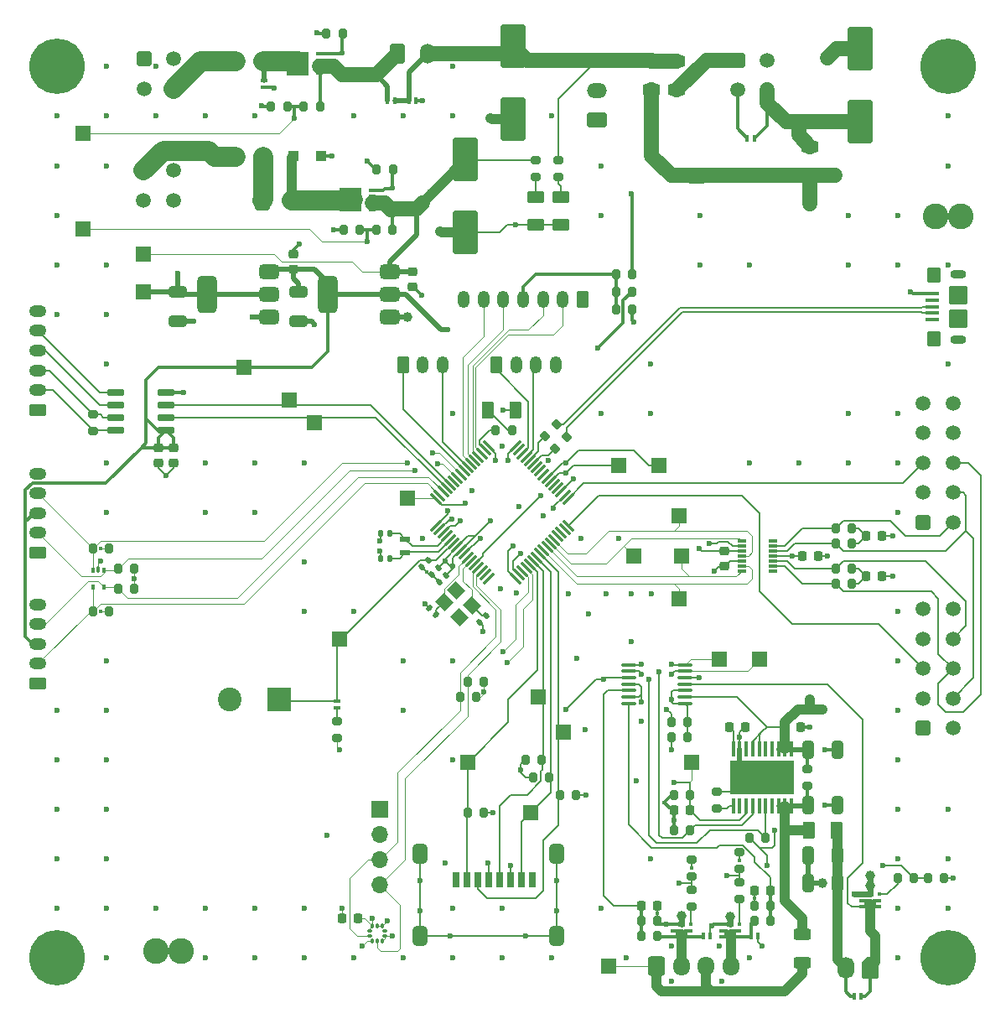
<source format=gbr>
%TF.GenerationSoftware,KiCad,Pcbnew,9.0.0*%
%TF.CreationDate,2025-04-17T15:03:58+12:00*%
%TF.ProjectId,Central_ECU,43656e74-7261-46c5-9f45-43552e6b6963,A*%
%TF.SameCoordinates,Original*%
%TF.FileFunction,Copper,L1,Top*%
%TF.FilePolarity,Positive*%
%FSLAX46Y46*%
G04 Gerber Fmt 4.6, Leading zero omitted, Abs format (unit mm)*
G04 Created by KiCad (PCBNEW 9.0.0) date 2025-04-17 15:03:58*
%MOMM*%
%LPD*%
G01*
G04 APERTURE LIST*
G04 Aperture macros list*
%AMRoundRect*
0 Rectangle with rounded corners*
0 $1 Rounding radius*
0 $2 $3 $4 $5 $6 $7 $8 $9 X,Y pos of 4 corners*
0 Add a 4 corners polygon primitive as box body*
4,1,4,$2,$3,$4,$5,$6,$7,$8,$9,$2,$3,0*
0 Add four circle primitives for the rounded corners*
1,1,$1+$1,$2,$3*
1,1,$1+$1,$4,$5*
1,1,$1+$1,$6,$7*
1,1,$1+$1,$8,$9*
0 Add four rect primitives between the rounded corners*
20,1,$1+$1,$2,$3,$4,$5,0*
20,1,$1+$1,$4,$5,$6,$7,0*
20,1,$1+$1,$6,$7,$8,$9,0*
20,1,$1+$1,$8,$9,$2,$3,0*%
%AMRotRect*
0 Rectangle, with rotation*
0 The origin of the aperture is its center*
0 $1 length*
0 $2 width*
0 $3 Rotation angle, in degrees counterclockwise*
0 Add horizontal line*
21,1,$1,$2,0,0,$3*%
%AMFreePoly0*
4,1,22,0.945671,0.830970,1.026777,0.776777,1.080970,0.695671,1.100000,0.600000,1.100000,-0.600000,1.080970,-0.695671,1.026777,-0.776777,0.945671,-0.830970,0.850000,-0.850000,-0.450000,-0.850000,-0.545671,-0.830970,-0.626777,-0.776777,-1.026777,-0.376777,-1.080970,-0.295671,-1.100000,-0.200000,-1.100000,0.600000,-1.080970,0.695671,-1.026777,0.776777,-0.945671,0.830970,-0.850000,0.850000,
0.850000,0.850000,0.945671,0.830970,0.945671,0.830970,$1*%
%AMFreePoly1*
4,1,17,1.395000,0.765000,0.855000,0.765000,0.855000,0.535000,1.395000,0.535000,1.395000,0.115000,0.855000,0.115000,0.855000,-0.115000,1.395000,-0.115000,1.395000,-0.535000,0.855000,-0.535000,0.855000,-0.765000,1.395000,-0.765000,1.395000,-1.185000,-0.855000,-1.185000,-0.855000,1.185000,1.395000,1.185000,1.395000,0.765000,1.395000,0.765000,$1*%
G04 Aperture macros list end*
%TA.AperFunction,SMDPad,CuDef*%
%ADD10RoundRect,0.250000X0.325000X0.650000X-0.325000X0.650000X-0.325000X-0.650000X0.325000X-0.650000X0*%
%TD*%
%TA.AperFunction,SMDPad,CuDef*%
%ADD11RoundRect,0.250000X1.000000X-1.950000X1.000000X1.950000X-1.000000X1.950000X-1.000000X-1.950000X0*%
%TD*%
%TA.AperFunction,SMDPad,CuDef*%
%ADD12RoundRect,0.250000X-0.625000X0.312500X-0.625000X-0.312500X0.625000X-0.312500X0.625000X0.312500X0*%
%TD*%
%TA.AperFunction,ComponentPad*%
%ADD13RoundRect,0.250001X-0.499999X-0.499999X0.499999X-0.499999X0.499999X0.499999X-0.499999X0.499999X0*%
%TD*%
%TA.AperFunction,ComponentPad*%
%ADD14C,1.500000*%
%TD*%
%TA.AperFunction,SMDPad,CuDef*%
%ADD15RoundRect,0.050000X-0.150000X-0.300000X0.150000X-0.300000X0.150000X0.300000X-0.150000X0.300000X0*%
%TD*%
%TA.AperFunction,SMDPad,CuDef*%
%ADD16RoundRect,0.200000X0.200000X0.275000X-0.200000X0.275000X-0.200000X-0.275000X0.200000X-0.275000X0*%
%TD*%
%TA.AperFunction,SMDPad,CuDef*%
%ADD17RoundRect,0.200000X-0.200000X-0.275000X0.200000X-0.275000X0.200000X0.275000X-0.200000X0.275000X0*%
%TD*%
%TA.AperFunction,ComponentPad*%
%ADD18RoundRect,0.250000X0.625000X-0.350000X0.625000X0.350000X-0.625000X0.350000X-0.625000X-0.350000X0*%
%TD*%
%TA.AperFunction,ComponentPad*%
%ADD19O,1.750000X1.200000*%
%TD*%
%TA.AperFunction,SMDPad,CuDef*%
%ADD20RoundRect,0.225000X0.225000X0.250000X-0.225000X0.250000X-0.225000X-0.250000X0.225000X-0.250000X0*%
%TD*%
%TA.AperFunction,SMDPad,CuDef*%
%ADD21RoundRect,0.250000X-1.000000X1.950000X-1.000000X-1.950000X1.000000X-1.950000X1.000000X1.950000X0*%
%TD*%
%TA.AperFunction,SMDPad,CuDef*%
%ADD22RoundRect,0.100000X-0.100000X0.687500X-0.100000X-0.687500X0.100000X-0.687500X0.100000X0.687500X0*%
%TD*%
%TA.AperFunction,HeatsinkPad*%
%ADD23C,0.600000*%
%TD*%
%TA.AperFunction,HeatsinkPad*%
%ADD24R,6.500000X3.400000*%
%TD*%
%TA.AperFunction,SMDPad,CuDef*%
%ADD25R,1.500000X1.500000*%
%TD*%
%TA.AperFunction,ComponentPad*%
%ADD26FreePoly0,270.000000*%
%TD*%
%TA.AperFunction,ComponentPad*%
%ADD27O,1.700000X2.200000*%
%TD*%
%TA.AperFunction,SMDPad,CuDef*%
%ADD28RoundRect,0.095000X-0.095000X0.155000X-0.095000X-0.155000X0.095000X-0.155000X0.095000X0.155000X0*%
%TD*%
%TA.AperFunction,SMDPad,CuDef*%
%ADD29RoundRect,0.075000X-0.075000X0.250000X-0.075000X-0.250000X0.075000X-0.250000X0.075000X0.250000X0*%
%TD*%
%TA.AperFunction,SMDPad,CuDef*%
%ADD30RoundRect,0.200000X-0.275000X0.200000X-0.275000X-0.200000X0.275000X-0.200000X0.275000X0.200000X0*%
%TD*%
%TA.AperFunction,SMDPad,CuDef*%
%ADD31RoundRect,0.200000X0.275000X-0.200000X0.275000X0.200000X-0.275000X0.200000X-0.275000X-0.200000X0*%
%TD*%
%TA.AperFunction,SMDPad,CuDef*%
%ADD32RoundRect,0.250000X-0.375000X-0.625000X0.375000X-0.625000X0.375000X0.625000X-0.375000X0.625000X0*%
%TD*%
%TA.AperFunction,SMDPad,CuDef*%
%ADD33R,0.800000X1.500000*%
%TD*%
%TA.AperFunction,SMDPad,CuDef*%
%ADD34RoundRect,0.362500X-0.362500X-0.637500X0.362500X-0.637500X0.362500X0.637500X-0.362500X0.637500X0*%
%TD*%
%TA.AperFunction,SMDPad,CuDef*%
%ADD35RoundRect,0.250000X0.625000X-0.375000X0.625000X0.375000X-0.625000X0.375000X-0.625000X-0.375000X0*%
%TD*%
%TA.AperFunction,ComponentPad*%
%ADD36C,3.600000*%
%TD*%
%TA.AperFunction,ConnectorPad*%
%ADD37C,5.600000*%
%TD*%
%TA.AperFunction,SMDPad,CuDef*%
%ADD38RoundRect,0.250000X-0.325000X-0.650000X0.325000X-0.650000X0.325000X0.650000X-0.325000X0.650000X0*%
%TD*%
%TA.AperFunction,ComponentPad*%
%ADD39RoundRect,0.250001X-0.499999X-0.759999X0.499999X-0.759999X0.499999X0.759999X-0.499999X0.759999X0*%
%TD*%
%TA.AperFunction,ComponentPad*%
%ADD40O,1.500000X2.020000*%
%TD*%
%TA.AperFunction,SMDPad,CuDef*%
%ADD41RoundRect,0.125000X0.125000X-0.125000X0.125000X0.125000X-0.125000X0.125000X-0.125000X-0.125000X0*%
%TD*%
%TA.AperFunction,SMDPad,CuDef*%
%ADD42R,0.425000X0.400000*%
%TD*%
%TA.AperFunction,SMDPad,CuDef*%
%ADD43R,1.150000X0.950000*%
%TD*%
%TA.AperFunction,SMDPad,CuDef*%
%ADD44R,0.800000X0.480000*%
%TD*%
%TA.AperFunction,ComponentPad*%
%ADD45RoundRect,0.250000X-0.350000X-0.625000X0.350000X-0.625000X0.350000X0.625000X-0.350000X0.625000X0*%
%TD*%
%TA.AperFunction,ComponentPad*%
%ADD46O,1.200000X1.750000*%
%TD*%
%TA.AperFunction,SMDPad,CuDef*%
%ADD47RotRect,1.400000X1.200000X315.000000*%
%TD*%
%TA.AperFunction,SMDPad,CuDef*%
%ADD48RoundRect,0.140000X-0.021213X0.219203X-0.219203X0.021213X0.021213X-0.219203X0.219203X-0.021213X0*%
%TD*%
%TA.AperFunction,SMDPad,CuDef*%
%ADD49RoundRect,0.105000X0.245000X0.105000X-0.245000X0.105000X-0.245000X-0.105000X0.245000X-0.105000X0*%
%TD*%
%TA.AperFunction,SMDPad,CuDef*%
%ADD50FreePoly1,180.000000*%
%TD*%
%TA.AperFunction,SMDPad,CuDef*%
%ADD51RoundRect,0.050000X0.150000X0.300000X-0.150000X0.300000X-0.150000X-0.300000X0.150000X-0.300000X0*%
%TD*%
%TA.AperFunction,ComponentPad*%
%ADD52R,2.400000X2.400000*%
%TD*%
%TA.AperFunction,ComponentPad*%
%ADD53C,2.400000*%
%TD*%
%TA.AperFunction,SMDPad,CuDef*%
%ADD54RoundRect,0.250000X0.300000X0.300000X-0.300000X0.300000X-0.300000X-0.300000X0.300000X-0.300000X0*%
%TD*%
%TA.AperFunction,SMDPad,CuDef*%
%ADD55RoundRect,0.225000X-0.225000X-0.250000X0.225000X-0.250000X0.225000X0.250000X-0.225000X0.250000X0*%
%TD*%
%TA.AperFunction,SMDPad,CuDef*%
%ADD56RoundRect,0.225000X-0.250000X0.225000X-0.250000X-0.225000X0.250000X-0.225000X0.250000X0.225000X0*%
%TD*%
%TA.AperFunction,ComponentPad*%
%ADD57RoundRect,0.250000X-0.600000X-0.725000X0.600000X-0.725000X0.600000X0.725000X-0.600000X0.725000X0*%
%TD*%
%TA.AperFunction,ComponentPad*%
%ADD58O,1.700000X1.950000*%
%TD*%
%TA.AperFunction,SMDPad,CuDef*%
%ADD59RoundRect,0.250000X0.375000X0.625000X-0.375000X0.625000X-0.375000X-0.625000X0.375000X-0.625000X0*%
%TD*%
%TA.AperFunction,ComponentPad*%
%ADD60C,2.600000*%
%TD*%
%TA.AperFunction,SMDPad,CuDef*%
%ADD61RoundRect,0.100000X0.575000X-0.100000X0.575000X0.100000X-0.575000X0.100000X-0.575000X-0.100000X0*%
%TD*%
%TA.AperFunction,HeatsinkPad*%
%ADD62O,1.600000X0.900000*%
%TD*%
%TA.AperFunction,SMDPad,CuDef*%
%ADD63RoundRect,0.250000X0.450000X-0.550000X0.450000X0.550000X-0.450000X0.550000X-0.450000X-0.550000X0*%
%TD*%
%TA.AperFunction,SMDPad,CuDef*%
%ADD64RoundRect,0.250000X0.700000X-0.700000X0.700000X0.700000X-0.700000X0.700000X-0.700000X-0.700000X0*%
%TD*%
%TA.AperFunction,SMDPad,CuDef*%
%ADD65RoundRect,0.050000X-0.300000X0.150000X-0.300000X-0.150000X0.300000X-0.150000X0.300000X0.150000X0*%
%TD*%
%TA.AperFunction,SMDPad,CuDef*%
%ADD66RoundRect,0.100000X-0.637500X-0.100000X0.637500X-0.100000X0.637500X0.100000X-0.637500X0.100000X0*%
%TD*%
%TA.AperFunction,ComponentPad*%
%ADD67RoundRect,0.250000X0.350000X0.625000X-0.350000X0.625000X-0.350000X-0.625000X0.350000X-0.625000X0*%
%TD*%
%TA.AperFunction,SMDPad,CuDef*%
%ADD68R,1.100000X0.600000*%
%TD*%
%TA.AperFunction,SMDPad,CuDef*%
%ADD69RoundRect,0.050000X0.300000X-0.150000X0.300000X0.150000X-0.300000X0.150000X-0.300000X-0.150000X0*%
%TD*%
%TA.AperFunction,ComponentPad*%
%ADD70RoundRect,0.250001X0.499999X-0.499999X0.499999X0.499999X-0.499999X0.499999X-0.499999X-0.499999X0*%
%TD*%
%TA.AperFunction,SMDPad,CuDef*%
%ADD71RoundRect,0.250000X0.625000X-0.312500X0.625000X0.312500X-0.625000X0.312500X-0.625000X-0.312500X0*%
%TD*%
%TA.AperFunction,SMDPad,CuDef*%
%ADD72RoundRect,0.375000X0.625000X0.375000X-0.625000X0.375000X-0.625000X-0.375000X0.625000X-0.375000X0*%
%TD*%
%TA.AperFunction,SMDPad,CuDef*%
%ADD73RoundRect,0.500000X0.500000X1.400000X-0.500000X1.400000X-0.500000X-1.400000X0.500000X-1.400000X0*%
%TD*%
%TA.AperFunction,SMDPad,CuDef*%
%ADD74RoundRect,0.075000X-0.441942X-0.548008X0.548008X0.441942X0.441942X0.548008X-0.548008X-0.441942X0*%
%TD*%
%TA.AperFunction,SMDPad,CuDef*%
%ADD75RoundRect,0.075000X0.441942X-0.548008X0.548008X-0.441942X-0.441942X0.548008X-0.548008X0.441942X0*%
%TD*%
%TA.AperFunction,SMDPad,CuDef*%
%ADD76RoundRect,0.200000X0.053033X-0.335876X0.335876X-0.053033X-0.053033X0.335876X-0.335876X0.053033X0*%
%TD*%
%TA.AperFunction,ComponentPad*%
%ADD77RoundRect,0.250001X0.759999X-0.499999X0.759999X0.499999X-0.759999X0.499999X-0.759999X-0.499999X0*%
%TD*%
%TA.AperFunction,ComponentPad*%
%ADD78O,2.020000X1.500000*%
%TD*%
%TA.AperFunction,SMDPad,CuDef*%
%ADD79RoundRect,0.250000X-0.650000X0.325000X-0.650000X-0.325000X0.650000X-0.325000X0.650000X0.325000X0*%
%TD*%
%TA.AperFunction,SMDPad,CuDef*%
%ADD80RoundRect,0.140000X0.140000X0.170000X-0.140000X0.170000X-0.140000X-0.170000X0.140000X-0.170000X0*%
%TD*%
%TA.AperFunction,SMDPad,CuDef*%
%ADD81R,0.972299X0.304800*%
%TD*%
%TA.AperFunction,ComponentPad*%
%ADD82R,1.700000X1.700000*%
%TD*%
%TA.AperFunction,ComponentPad*%
%ADD83O,1.700000X1.700000*%
%TD*%
%TA.AperFunction,SMDPad,CuDef*%
%ADD84RoundRect,0.150000X0.725000X0.150000X-0.725000X0.150000X-0.725000X-0.150000X0.725000X-0.150000X0*%
%TD*%
%TA.AperFunction,SMDPad,CuDef*%
%ADD85RoundRect,0.140000X0.219203X0.021213X0.021213X0.219203X-0.219203X-0.021213X-0.021213X-0.219203X0*%
%TD*%
%TA.AperFunction,SMDPad,CuDef*%
%ADD86RoundRect,0.087500X-0.125000X-0.087500X0.125000X-0.087500X0.125000X0.087500X-0.125000X0.087500X0*%
%TD*%
%TA.AperFunction,SMDPad,CuDef*%
%ADD87RoundRect,0.087500X-0.087500X-0.125000X0.087500X-0.125000X0.087500X0.125000X-0.087500X0.125000X0*%
%TD*%
%TA.AperFunction,SMDPad,CuDef*%
%ADD88RoundRect,0.225000X0.250000X-0.225000X0.250000X0.225000X-0.250000X0.225000X-0.250000X-0.225000X0*%
%TD*%
%TA.AperFunction,ViaPad*%
%ADD89C,1.000000*%
%TD*%
%TA.AperFunction,ViaPad*%
%ADD90C,0.600000*%
%TD*%
%TA.AperFunction,ViaPad*%
%ADD91C,0.450000*%
%TD*%
%TA.AperFunction,Conductor*%
%ADD92C,0.500000*%
%TD*%
%TA.AperFunction,Conductor*%
%ADD93C,1.000000*%
%TD*%
%TA.AperFunction,Conductor*%
%ADD94C,0.200000*%
%TD*%
%TA.AperFunction,Conductor*%
%ADD95C,1.500000*%
%TD*%
%TA.AperFunction,Conductor*%
%ADD96C,0.300000*%
%TD*%
%TA.AperFunction,Conductor*%
%ADD97C,0.100000*%
%TD*%
%TA.AperFunction,Conductor*%
%ADD98C,0.600000*%
%TD*%
%TA.AperFunction,Conductor*%
%ADD99C,2.000000*%
%TD*%
G04 APERTURE END LIST*
D10*
%TO.P,C24,1*%
%TO.N,/Connectors/SOLENOID+*%
X183847000Y-137414000D03*
%TO.P,C24,2*%
%TO.N,GND*%
X180897000Y-137414000D03*
%TD*%
%TO.P,C23,1*%
%TO.N,/Connectors/SOLENOID+*%
X183847000Y-134620000D03*
%TO.P,C23,2*%
%TO.N,GND*%
X180897000Y-134620000D03*
%TD*%
D11*
%TO.P,C43,1*%
%TO.N,Net-(D16-A2)*%
X186182000Y-60596000D03*
%TO.P,C43,2*%
%TO.N,GND*%
X186182000Y-53196000D03*
%TD*%
D12*
%TO.P,R23,1*%
%TO.N,Net-(C27-Pad1)*%
X180340000Y-142555500D03*
%TO.P,R23,2*%
%TO.N,/Connectors/EMATCH_1+*%
X180340000Y-145480500D03*
%TD*%
D13*
%TO.P,J16,1,Pin_1*%
%TO.N,Net-(J16-Pin_1)*%
X173760000Y-54356000D03*
D14*
%TO.P,J16,2,Pin_2*%
%TO.N,GND*%
X176760000Y-54356000D03*
%TO.P,J16,3,Pin_3*%
X173760000Y-57356000D03*
%TO.P,J16,4,Pin_4*%
%TO.N,Net-(D16-A2)*%
X176760000Y-57356000D03*
%TD*%
D15*
%TO.P,D16,1,A1*%
%TO.N,GND*%
X174752000Y-62230000D03*
%TO.P,D16,2,A2*%
%TO.N,Net-(D16-A2)*%
X175452000Y-62230000D03*
%TD*%
D16*
%TO.P,R44,1*%
%TO.N,Net-(D11-K)*%
X131611000Y-59040000D03*
%TO.P,R44,2*%
%TO.N,/ADC_0 (4S)*%
X129961000Y-59040000D03*
%TD*%
D17*
%TO.P,R2,1*%
%TO.N,+3V3*%
X152337000Y-124968000D03*
%TO.P,R2,2*%
%TO.N,/SPI_SCK*%
X153987000Y-124968000D03*
%TD*%
D18*
%TO.P,J5,1,Pin_1*%
%TO.N,GND*%
X103124000Y-104076000D03*
D19*
%TO.P,J5,2,Pin_2*%
%TO.N,/I2C2_SDA*%
X103124000Y-102076000D03*
%TO.P,J5,3,Pin_3*%
%TO.N,+5V*%
X103124000Y-100076000D03*
%TO.P,J5,4,Pin_4*%
%TO.N,/I2C2_SCL*%
X103124000Y-98076000D03*
%TO.P,J5,5,Pin_5*%
%TO.N,+3V3*%
X103124000Y-96076000D03*
%TD*%
D20*
%TO.P,C15,1*%
%TO.N,GND*%
X188325487Y-102362000D03*
%TO.P,C15,2*%
%TO.N,Net-(C15-Pad2)*%
X186775487Y-102362000D03*
%TD*%
D15*
%TO.P,D11,1,K*%
%TO.N,Net-(D11-K)*%
X138430000Y-58420000D03*
%TO.P,D11,2,A*%
%TO.N,/4S_V+*%
X139130000Y-58420000D03*
%TD*%
D21*
%TO.P,C41,1*%
%TO.N,+7V4*%
X146304000Y-64372000D03*
%TO.P,C41,2*%
%TO.N,GND*%
X146304000Y-71772000D03*
%TD*%
D22*
%TO.P,U6,1,IN*%
%TO.N,Net-(U4D-+)*%
X179201000Y-123883500D03*
%TO.P,U6,2,IN*%
X178551000Y-123883500D03*
%TO.P,U6,3,IN*%
X177901000Y-123883500D03*
%TO.P,U6,4,NC*%
%TO.N,unconnected-(U6-NC-Pad17)_1*%
X177251000Y-123883500D03*
%TO.P,U6,5,NC*%
%TO.N,unconnected-(U6-NC-Pad17)_2*%
X176601000Y-123883500D03*
%TO.P,U6,6,P_IN*%
%TO.N,Net-(U4D-+)*%
X175951000Y-123883500D03*
%TO.P,U6,7,UVLO*%
X175301000Y-123883500D03*
%TO.P,U6,8,OVP*%
%TO.N,unconnected-(U6-OVP-Pad8)*%
X174651000Y-123883500D03*
%TO.P,U6,9,GND*%
%TO.N,GND*%
X174001000Y-123883500D03*
%TO.P,U6,10,dVdT*%
%TO.N,Net-(U6-dVdT)*%
X173351000Y-123883500D03*
%TO.P,U6,11,ILIM*%
%TO.N,Net-(U6-ILIM)*%
X173351000Y-129608500D03*
%TO.P,U6,12,MODE*%
%TO.N,unconnected-(U6-MODE-Pad12)*%
X174001000Y-129608500D03*
%TO.P,U6,13,~{SHDN}*%
%TO.N,/ARM_HS*%
X174651000Y-129608500D03*
%TO.P,U6,14,IMON*%
%TO.N,/IMON_HS*%
X175301000Y-129608500D03*
%TO.P,U6,15,~{FLT}*%
%TO.N,unconnected-(U6-~{FLT}-Pad15)*%
X175951000Y-129608500D03*
%TO.P,U6,16,PGOOD*%
%TO.N,/PGOOD_HS*%
X176601000Y-129608500D03*
%TO.P,U6,17,NC*%
%TO.N,unconnected-(U6-NC-Pad17)*%
X177251000Y-129608500D03*
%TO.P,U6,18,OUT*%
%TO.N,Net-(C27-Pad1)*%
X177901000Y-129608500D03*
%TO.P,U6,19,OUT*%
X178551000Y-129608500D03*
%TO.P,U6,20,OUT*%
X179201000Y-129608500D03*
D23*
%TO.P,U6,21,GND*%
%TO.N,GND*%
X178876000Y-125446000D03*
X177576000Y-125446000D03*
X176276000Y-125446000D03*
X174976000Y-125446000D03*
X173676000Y-125446000D03*
X178876000Y-126746000D03*
X177576000Y-126746000D03*
X176276000Y-126746000D03*
D24*
X176276000Y-126746000D03*
D23*
X174976000Y-126746000D03*
X173676000Y-126746000D03*
X178876000Y-128046000D03*
X177576000Y-128046000D03*
X176276000Y-128046000D03*
X174976000Y-128046000D03*
X173676000Y-128046000D03*
%TD*%
D25*
%TO.P,TP29,1,1*%
%TO.N,Net-(U4D-+)*%
X169672000Y-66040000D03*
%TD*%
D13*
%TO.P,J3,1,Pin_1*%
%TO.N,unconnected-(J3-Pin_1-Pad1)*%
X113816000Y-54214000D03*
D14*
%TO.P,J3,2,Pin_2*%
%TO.N,GND*%
X116816000Y-54214000D03*
%TO.P,J3,3,Pin_3*%
X113816000Y-57214000D03*
%TO.P,J3,4,Pin_4*%
%TO.N,Net-(J3-Pin_4)*%
X116816000Y-57214000D03*
%TD*%
D25*
%TO.P,TP14,1,1*%
%TO.N,/USART1_TX*%
X128524000Y-88646000D03*
%TD*%
D16*
%TO.P,R34,1*%
%TO.N,/Interlocked/Pyro Low Side1/Continuity*%
X177101000Y-139700000D03*
%TO.P,R34,2*%
%TO.N,GND*%
X175451000Y-139700000D03*
%TD*%
D26*
%TO.P,J10,1,Pin_1*%
%TO.N,/Connectors/SOLENOID-*%
X187178000Y-145956000D03*
D27*
%TO.P,J10,2,Pin_2*%
%TO.N,/Connectors/SOLENOID+*%
X184678000Y-145956000D03*
%TD*%
D25*
%TO.P,TP9,1,1*%
%TO.N,/CAN1_RX*%
X163322000Y-104394000D03*
%TD*%
D28*
%TO.P,D12,1,K1*%
%TO.N,/I2C2_SDA*%
X109760000Y-105830000D03*
D29*
%TO.P,D12,2,A*%
%TO.N,GND*%
X109220000Y-105750000D03*
D28*
%TO.P,D12,3,K2*%
%TO.N,/I2C2_SCL*%
X108680000Y-105830000D03*
%TO.P,D12,4,K3*%
%TO.N,/I2C1_SDA*%
X108680000Y-107530000D03*
%TO.P,D12,5,K4*%
%TO.N,/I2C1_SCL*%
X109760000Y-107530000D03*
%TD*%
D30*
%TO.P,R1,1*%
%TO.N,Net-(D1-A)*%
X133350000Y-121095000D03*
%TO.P,R1,2*%
%TO.N,+3V3*%
X133350000Y-122745000D03*
%TD*%
D31*
%TO.P,R11,1*%
%TO.N,/422R_P*%
X108712000Y-91757000D03*
%TO.P,R11,2*%
%TO.N,/422R_N*%
X108712000Y-90107000D03*
%TD*%
D25*
%TO.P,TP12,1,1*%
%TO.N,/EMATCH_2_CONT*%
X161798000Y-95250000D03*
%TD*%
D32*
%TO.P,F3,1*%
%TO.N,Net-(J6-Pin_1)*%
X123060000Y-64097000D03*
%TO.P,F3,2*%
%TO.N,Net-(SW2-Pin_1)*%
X125860000Y-64097000D03*
%TD*%
D16*
%TO.P,R52,1*%
%TO.N,/Interlocked/COMP_BIAS*%
X168719000Y-122682000D03*
%TO.P,R52,2*%
%TO.N,GND*%
X167069000Y-122682000D03*
%TD*%
D33*
%TO.P,J1,1,DAT2*%
%TO.N,unconnected-(J1-DAT2-Pad1)*%
X145385000Y-137092000D03*
%TO.P,J1,2,DAT3/CD*%
%TO.N,/SPI_SD_CS*%
X146485000Y-137092000D03*
%TO.P,J1,3,CMD*%
%TO.N,/SPI_MOSI*%
X147585000Y-137092000D03*
%TO.P,J1,4,VDD*%
%TO.N,+3V3*%
X148685000Y-137092000D03*
%TO.P,J1,5,CLK*%
%TO.N,/SPI_SCK*%
X149785000Y-137092000D03*
%TO.P,J1,6,VSS*%
%TO.N,GND*%
X150885000Y-137092000D03*
%TO.P,J1,7,DAT0*%
%TO.N,/SPI_MISO*%
X151985000Y-137092000D03*
%TO.P,J1,8,DAT1*%
%TO.N,unconnected-(J1-DAT1-Pad8)*%
X153085000Y-137092000D03*
D34*
%TO.P,J1,9,SHIELD*%
%TO.N,GND*%
X141715000Y-134492000D03*
X141715000Y-142792000D03*
X155465000Y-134492000D03*
X155465000Y-142792000D03*
%TD*%
D35*
%TO.P,D4,1,K*%
%TO.N,GND*%
X155956000Y-70996000D03*
%TO.P,D4,2,A*%
%TO.N,Net-(D4-A)*%
X155956000Y-68196000D03*
%TD*%
D30*
%TO.P,R13,1*%
%TO.N,+7V4*%
X153416000Y-64453000D03*
%TO.P,R13,2*%
%TO.N,Net-(D2-A)*%
X153416000Y-66103000D03*
%TD*%
D36*
%TO.P,H3,1,1*%
%TO.N,GND*%
X105000000Y-145000000D03*
D37*
X105000000Y-145000000D03*
%TD*%
D17*
%TO.P,R16,1*%
%TO.N,/I2C1_SDA*%
X108649000Y-109982000D03*
%TO.P,R16,2*%
%TO.N,+3V3*%
X110299000Y-109982000D03*
%TD*%
D16*
%TO.P,R40,1*%
%TO.N,+3V3*%
X163131000Y-79502000D03*
%TO.P,R40,2*%
%TO.N,Net-(J2-Pin_4)*%
X161481000Y-79502000D03*
%TD*%
D17*
%TO.P,R32,1*%
%TO.N,/Connectors/EMATCH_2-*%
X175451000Y-141224000D03*
%TO.P,R32,2*%
%TO.N,/Interlocked/Pyro Low Side1/Continuity*%
X177101000Y-141224000D03*
%TD*%
D30*
%TO.P,R27,1*%
%TO.N,Net-(U4D-+)*%
X180848000Y-125921000D03*
%TO.P,R27,2*%
%TO.N,Net-(C27-Pad1)*%
X180848000Y-127571000D03*
%TD*%
D25*
%TO.P,TP21,1,1*%
%TO.N,/ARM_HS*%
X169164000Y-125222000D03*
%TD*%
D16*
%TO.P,R48,1*%
%TO.N,/ADC_1 (2S)*%
X135636000Y-71463000D03*
%TO.P,R48,2*%
%TO.N,GND*%
X133986000Y-71463000D03*
%TD*%
D38*
%TO.P,C26,1*%
%TO.N,Net-(U4D-+)*%
X180897000Y-123952000D03*
%TO.P,C26,2*%
%TO.N,GND*%
X183847000Y-123952000D03*
%TD*%
D39*
%TO.P,SW1,1,Pin_1*%
%TO.N,Net-(D11-K)*%
X139446000Y-53706000D03*
D40*
%TO.P,SW1,2,Pin_2*%
%TO.N,/4S_V+*%
X142446000Y-53706000D03*
%TD*%
D41*
%TO.P,D9,1,K*%
%TO.N,Net-(D11-K)*%
X133834000Y-55852000D03*
%TO.P,D9,2,A*%
%TO.N,Net-(D9-A)*%
X133834000Y-53652000D03*
%TD*%
D42*
%TO.P,Q1,1*%
%TO.N,/Connectors/SOLENOID-*%
X188135500Y-139842000D03*
%TO.P,Q1,2,D*%
X188135500Y-139192000D03*
%TO.P,Q1,3*%
%TO.N,Net-(Q1-Pad3)*%
X188135500Y-138542000D03*
%TO.P,Q1,4*%
%TO.N,GND*%
X186260500Y-138542000D03*
%TO.P,Q1,5,D*%
%TO.N,/Connectors/SOLENOID-*%
X186260500Y-139192000D03*
%TO.P,Q1,6,D*%
X186260500Y-139842000D03*
D43*
%TO.P,Q1,7,D*%
X187198000Y-139517000D03*
D44*
%TO.P,Q1,8,S*%
%TO.N,GND*%
X187198000Y-138492000D03*
%TD*%
D45*
%TO.P,J15,1,Pin_1*%
%TO.N,/UART2_RX*%
X139986000Y-85090000D03*
D46*
%TO.P,J15,2,Pin_2*%
%TO.N,GND*%
X141986000Y-85090000D03*
%TO.P,J15,3,Pin_3*%
%TO.N,/UART2_TX*%
X143986000Y-85090000D03*
%TD*%
D25*
%TO.P,TP26,1,1*%
%TO.N,+3V3*%
X113792000Y-77724000D03*
%TD*%
D20*
%TO.P,C42,1*%
%TO.N,+3V3*%
X135395000Y-140970000D03*
%TO.P,C42,2*%
%TO.N,GND*%
X133845000Y-140970000D03*
%TD*%
D47*
%TO.P,Y1,1,1*%
%TO.N,Net-(U2-PF0)*%
X144163142Y-109043223D03*
%TO.P,Y1,2*%
%TO.N,N/C*%
X145718777Y-110598858D03*
%TO.P,Y1,3,2*%
%TO.N,Net-(U2-PF1)*%
X146920858Y-109396777D03*
%TO.P,Y1,4*%
%TO.N,N/C*%
X145365223Y-107841142D03*
%TD*%
D16*
%TO.P,R41,1*%
%TO.N,+5V*%
X163131000Y-77724000D03*
%TO.P,R41,2*%
%TO.N,Net-(J2-Pin_4)*%
X161481000Y-77724000D03*
%TD*%
D48*
%TO.P,C8,1*%
%TO.N,Net-(D1-K)*%
X142579411Y-104816589D03*
%TO.P,C8,2*%
%TO.N,GND*%
X141900589Y-105495411D03*
%TD*%
D16*
%TO.P,R9,1*%
%TO.N,Net-(C15-Pad2)*%
X185327487Y-103124000D03*
%TO.P,R9,2*%
%TO.N,/CANL1*%
X183677487Y-103124000D03*
%TD*%
D49*
%TO.P,Q4,1,S*%
%TO.N,Net-(D11-K)*%
X131548000Y-55656000D03*
%TO.P,Q4,2,S*%
X131548000Y-55006000D03*
%TO.P,Q4,3,S*%
X131548000Y-54356000D03*
%TO.P,Q4,4,G*%
%TO.N,Net-(D9-A)*%
X131548000Y-53706000D03*
D50*
%TO.P,Q4,5,D*%
%TO.N,Net-(D8-A2)*%
X129593000Y-54681000D03*
%TD*%
D51*
%TO.P,D10,1,A1*%
%TO.N,GND*%
X141320000Y-58420000D03*
%TO.P,D10,2,A2*%
%TO.N,/4S_V+*%
X140620000Y-58420000D03*
%TD*%
D25*
%TO.P,TP30,1,1*%
%TO.N,/Connectors/EMATCH_1+*%
X160782000Y-145796000D03*
%TD*%
D52*
%TO.P,C5,1*%
%TO.N,Net-(D1-K)*%
X127519729Y-118872000D03*
D53*
%TO.P,C5,2*%
%TO.N,GND*%
X122519729Y-118872000D03*
%TD*%
D32*
%TO.P,F1,1*%
%TO.N,Net-(C27-Pad1)*%
X180972000Y-132080000D03*
%TO.P,F1,2*%
%TO.N,/Connectors/SOLENOID+*%
X183772000Y-132080000D03*
%TD*%
D17*
%TO.P,R49,1*%
%TO.N,/I2C3_SDA*%
X146495000Y-117094000D03*
%TO.P,R49,2*%
%TO.N,+3V3*%
X148145000Y-117094000D03*
%TD*%
D25*
%TO.P,TP16,1,1*%
%TO.N,/USART1_RX*%
X131064000Y-90932000D03*
%TD*%
D54*
%TO.P,D13,1,A1*%
%TO.N,GND*%
X131702000Y-64008000D03*
%TO.P,D13,2,A2*%
%TO.N,Net-(D13-A2)*%
X128902000Y-64008000D03*
%TD*%
D16*
%TO.P,R45,1*%
%TO.N,/ADC_0 (4S)*%
X128309000Y-59040000D03*
%TO.P,R45,2*%
%TO.N,GND*%
X126659000Y-59040000D03*
%TD*%
D55*
%TO.P,C35,1*%
%TO.N,/Interlocked/Pyro Low Side/Continuity*%
X164071000Y-139700000D03*
%TO.P,C35,2*%
%TO.N,GND*%
X165621000Y-139700000D03*
%TD*%
D16*
%TO.P,R36,1*%
%TO.N,/Connectors/EMATCH_1-*%
X165671000Y-142748000D03*
%TO.P,R36,2*%
%TO.N,/Interlocked/Pyro Low Side/Continuity*%
X164021000Y-142748000D03*
%TD*%
D17*
%TO.P,R10,1*%
%TO.N,/CANH2*%
X183677487Y-107188000D03*
%TO.P,R10,2*%
%TO.N,Net-(C18-Pad2)*%
X185327487Y-107188000D03*
%TD*%
D55*
%TO.P,C25,1*%
%TO.N,Net-(U4D-+)*%
X178549000Y-121666000D03*
%TO.P,C25,2*%
%TO.N,GND*%
X180099000Y-121666000D03*
%TD*%
D16*
%TO.P,R30,1*%
%TO.N,/ARM_HS*%
X168973000Y-128524000D03*
%TO.P,R30,2*%
%TO.N,GND*%
X167323000Y-128524000D03*
%TD*%
D55*
%TO.P,C28,1*%
%TO.N,Net-(U6-dVdT)*%
X172961000Y-121666000D03*
%TO.P,C28,2*%
%TO.N,GND*%
X174511000Y-121666000D03*
%TD*%
D30*
%TO.P,R37,1*%
%TO.N,/EMATCH_1_FIRE*%
X169164000Y-138113000D03*
%TO.P,R37,2*%
%TO.N,Net-(Q3-Pad3)*%
X169164000Y-139763000D03*
%TD*%
D56*
%TO.P,C13,1*%
%TO.N,+5V*%
X172466000Y-103873000D03*
%TO.P,C13,2*%
%TO.N,GND*%
X172466000Y-105423000D03*
%TD*%
D57*
%TO.P,J8,1,Pin_1*%
%TO.N,/Connectors/EMATCH_1+*%
X165608000Y-145796000D03*
D58*
%TO.P,J8,2,Pin_2*%
%TO.N,/Connectors/EMATCH_1-*%
X168108000Y-145796000D03*
%TO.P,J8,3,Pin_3*%
%TO.N,/Connectors/EMATCH_1+*%
X170608000Y-145796000D03*
%TO.P,J8,4,Pin_4*%
%TO.N,/Connectors/EMATCH_2-*%
X173108000Y-145796000D03*
%TD*%
D25*
%TO.P,TP8,1,1*%
%TO.N,/CAN1_TX*%
X167894000Y-100330000D03*
%TD*%
D20*
%TO.P,C18,1*%
%TO.N,GND*%
X188325487Y-106426000D03*
%TO.P,C18,2*%
%TO.N,Net-(C18-Pad2)*%
X186775487Y-106426000D03*
%TD*%
D21*
%TO.P,C36,1*%
%TO.N,/4S_V+*%
X151130000Y-52942000D03*
%TO.P,C36,2*%
%TO.N,GND*%
X151130000Y-60342000D03*
%TD*%
D51*
%TO.P,D15,1,A1*%
%TO.N,GND*%
X171038000Y-142748000D03*
%TO.P,D15,2,A2*%
%TO.N,/Connectors/EMATCH_1-*%
X170338000Y-142748000D03*
%TD*%
D42*
%TO.P,Q3,1*%
%TO.N,/Connectors/EMATCH_1-*%
X169085500Y-142890000D03*
%TO.P,Q3,2,D*%
X169085500Y-142240000D03*
%TO.P,Q3,3*%
%TO.N,Net-(Q3-Pad3)*%
X169085500Y-141590000D03*
%TO.P,Q3,4*%
%TO.N,GND*%
X167210500Y-141590000D03*
%TO.P,Q3,5,D*%
%TO.N,/Connectors/EMATCH_1-*%
X167210500Y-142240000D03*
%TO.P,Q3,6,D*%
X167210500Y-142890000D03*
D43*
%TO.P,Q3,7,D*%
X168148000Y-142565000D03*
D44*
%TO.P,Q3,8,S*%
%TO.N,GND*%
X168148000Y-141540000D03*
%TD*%
D17*
%TO.P,R28,1*%
%TO.N,+3V3*%
X174943000Y-132842000D03*
%TO.P,R28,2*%
%TO.N,/PGOOD_HS*%
X176593000Y-132842000D03*
%TD*%
D16*
%TO.P,R5,1*%
%TO.N,+3V3*%
X148145000Y-130302000D03*
%TO.P,R5,2*%
%TO.N,/SPI_SD_CS*%
X146495000Y-130302000D03*
%TD*%
D25*
%TO.P,TP3,1,1*%
%TO.N,/ADC_1 (2S)*%
X107696000Y-71374000D03*
%TD*%
D59*
%TO.P,D3,1,K*%
%TO.N,GND*%
X151390000Y-89662000D03*
%TO.P,D3,2,A*%
%TO.N,Net-(D3-A)*%
X148590000Y-89662000D03*
%TD*%
D51*
%TO.P,D7,1,A1*%
%TO.N,GND*%
X175864000Y-142748000D03*
%TO.P,D7,2,A2*%
%TO.N,/Connectors/EMATCH_2-*%
X175164000Y-142748000D03*
%TD*%
D60*
%TO.P,TP27,1,1*%
%TO.N,GND*%
X115062000Y-144272000D03*
X117602000Y-144272000D03*
%TD*%
D25*
%TO.P,TP5,1,1*%
%TO.N,/SPI_MISO*%
X152908000Y-130302000D03*
%TD*%
D20*
%TO.P,C29,1*%
%TO.N,/ARM_HS*%
X168923000Y-130048000D03*
%TO.P,C29,2*%
%TO.N,GND*%
X167373000Y-130048000D03*
%TD*%
D42*
%TO.P,Q2,1*%
%TO.N,/Connectors/EMATCH_2-*%
X173990000Y-142890000D03*
%TO.P,Q2,2,D*%
X173990000Y-142240000D03*
%TO.P,Q2,3*%
%TO.N,Net-(Q2-Pad3)*%
X173990000Y-141590000D03*
%TO.P,Q2,4*%
%TO.N,GND*%
X172115000Y-141590000D03*
%TO.P,Q2,5,D*%
%TO.N,/Connectors/EMATCH_2-*%
X172115000Y-142240000D03*
%TO.P,Q2,6,D*%
X172115000Y-142890000D03*
D43*
%TO.P,Q2,7,D*%
X173052500Y-142565000D03*
D44*
%TO.P,Q2,8,S*%
%TO.N,GND*%
X173052500Y-141540000D03*
%TD*%
D38*
%TO.P,C27,1*%
%TO.N,Net-(C27-Pad1)*%
X180897000Y-129540000D03*
%TO.P,C27,2*%
%TO.N,GND*%
X183847000Y-129540000D03*
%TD*%
D18*
%TO.P,J7,1,Pin_1*%
%TO.N,GND*%
X103124000Y-117284000D03*
D19*
%TO.P,J7,2,Pin_2*%
%TO.N,/I2C1_SDA*%
X103124000Y-115284000D03*
%TO.P,J7,3,Pin_3*%
%TO.N,+5V*%
X103124000Y-113284000D03*
%TO.P,J7,4,Pin_4*%
%TO.N,/I2C1_SCL*%
X103124000Y-111284000D03*
%TO.P,J7,5,Pin_5*%
%TO.N,+3V3*%
X103124000Y-109284000D03*
%TD*%
D61*
%TO.P,J13,1,VBUS*%
%TO.N,unconnected-(J13-VBUS-Pad1)*%
X193413000Y-80548000D03*
%TO.P,J13,2,D-*%
%TO.N,/USB_D-*%
X193413000Y-79898000D03*
%TO.P,J13,3,D+*%
%TO.N,/USB_D+*%
X193413000Y-79248000D03*
%TO.P,J13,4,ID*%
%TO.N,unconnected-(J13-ID-Pad4)*%
X193413000Y-78598000D03*
%TO.P,J13,5,GND*%
%TO.N,GND*%
X193413000Y-77948000D03*
D62*
%TO.P,J13,6,Shield*%
%TO.N,unconnected-(J13-Shield-Pad6)*%
X196088000Y-82548000D03*
D63*
%TO.N,unconnected-(J13-Shield-Pad6)_1*%
X193638000Y-82448000D03*
D64*
%TO.N,unconnected-(J13-Shield-Pad6)_5*%
X196088000Y-80448000D03*
%TO.N,unconnected-(J13-Shield-Pad6)_2*%
X196088000Y-78048000D03*
D63*
%TO.N,unconnected-(J13-Shield-Pad6)_3*%
X193638000Y-76048000D03*
D62*
%TO.N,unconnected-(J13-Shield-Pad6)_4*%
X196088000Y-75948000D03*
%TD*%
D65*
%TO.P,D1,1,K*%
%TO.N,Net-(D1-K)*%
X133350000Y-119030000D03*
%TO.P,D1,2,A*%
%TO.N,Net-(D1-A)*%
X133350000Y-119730000D03*
%TD*%
D35*
%TO.P,D2,1,K*%
%TO.N,GND*%
X153416000Y-70996000D03*
%TO.P,D2,2,A*%
%TO.N,Net-(D2-A)*%
X153416000Y-68196000D03*
%TD*%
D17*
%TO.P,R17,1*%
%TO.N,/I2C1_SCL*%
X111189000Y-107696000D03*
%TO.P,R17,2*%
%TO.N,+3V3*%
X112839000Y-107696000D03*
%TD*%
D15*
%TO.P,D5,1,K*%
%TO.N,/Connectors/SOLENOID+*%
X185578000Y-148844000D03*
%TO.P,D5,2,A*%
%TO.N,/Connectors/SOLENOID-*%
X186278000Y-148844000D03*
%TD*%
D66*
%TO.P,U4,1*%
%TO.N,/EMATCH_2_CONT*%
X162745500Y-115398000D03*
%TO.P,U4,2*%
%TO.N,/EMATCH_1_CONT*%
X162745500Y-116048000D03*
%TO.P,U4,3,V+*%
%TO.N,+3V3*%
X162745500Y-116698000D03*
%TO.P,U4,4,-*%
%TO.N,/Interlocked/COMP_BIAS*%
X162745500Y-117348000D03*
%TO.P,U4,5,+*%
%TO.N,/Interlocked/Pyro Low Side/Continuity*%
X162745500Y-117998000D03*
%TO.P,U4,6,-*%
%TO.N,/Interlocked/COMP_BIAS*%
X162745500Y-118648000D03*
%TO.P,U4,7,+*%
%TO.N,/Interlocked/Pyro Low Side1/Continuity*%
X162745500Y-119298000D03*
%TO.P,U4,8,-*%
%TO.N,/Interlocked/COMP_BIAS*%
X168470500Y-119298000D03*
%TO.P,U4,9,+*%
%TO.N,Net-(U4D-+)*%
X168470500Y-118648000D03*
%TO.P,U4,10,-*%
%TO.N,/Interlocked/COMP_BIAS*%
X168470500Y-117998000D03*
%TO.P,U4,11,+*%
%TO.N,/Connectors/SOLENOID-*%
X168470500Y-117348000D03*
%TO.P,U4,12,V-*%
%TO.N,GND*%
X168470500Y-116698000D03*
%TO.P,U4,13*%
%TO.N,/OX_LOW_SENSE*%
X168470500Y-116048000D03*
%TO.P,U4,14*%
%TO.N,/12V_SENSE*%
X168470500Y-115398000D03*
%TD*%
D67*
%TO.P,J2,1,Pin_1*%
%TO.N,GND*%
X158114000Y-78486000D03*
D46*
%TO.P,J2,2,Pin_2*%
%TO.N,/E1*%
X156114000Y-78486000D03*
%TO.P,J2,3,Pin_3*%
%TO.N,/E2*%
X154114000Y-78486000D03*
%TO.P,J2,4,Pin_4*%
%TO.N,Net-(J2-Pin_4)*%
X152114000Y-78486000D03*
%TO.P,J2,5,Pin_5*%
%TO.N,/E3*%
X150114000Y-78486000D03*
%TO.P,J2,6,Pin_6*%
%TO.N,/E4*%
X148114000Y-78486000D03*
%TO.P,J2,7,Pin_7*%
%TO.N,GND*%
X146114000Y-78486000D03*
%TD*%
D12*
%TO.P,R21,1*%
%TO.N,/4S_V+*%
X167640000Y-54417500D03*
%TO.P,R21,2*%
%TO.N,Net-(J16-Pin_1)*%
X167640000Y-57342500D03*
%TD*%
D25*
%TO.P,TP4,1,1*%
%TO.N,/SPI_SCK*%
X153670000Y-118618000D03*
%TD*%
D68*
%TO.P,Y2,1,1*%
%TO.N,Net-(U2-PC15)*%
X140208000Y-104078000D03*
%TO.P,Y2,2,2*%
%TO.N,Net-(U2-PC14)*%
X140208000Y-102678000D03*
%TD*%
D17*
%TO.P,R19,1*%
%TO.N,/I2C2_SCL*%
X108649000Y-103632000D03*
%TO.P,R19,2*%
%TO.N,+3V3*%
X110299000Y-103632000D03*
%TD*%
D69*
%TO.P,D8,1,A1*%
%TO.N,GND*%
X125960000Y-57104000D03*
%TO.P,D8,2,A2*%
%TO.N,Net-(D8-A2)*%
X125960000Y-56404000D03*
%TD*%
D16*
%TO.P,R46,1*%
%TO.N,Net-(D14-A)*%
X138977000Y-65367000D03*
%TO.P,R46,2*%
%TO.N,GND*%
X137327000Y-65367000D03*
%TD*%
D30*
%TO.P,R35,1*%
%TO.N,GND*%
X173990000Y-134303000D03*
%TO.P,R35,2*%
%TO.N,/EMATCH_2_FIRE*%
X173990000Y-135953000D03*
%TD*%
D70*
%TO.P,J11,1,1*%
%TO.N,+7V4*%
X192532000Y-121776000D03*
D14*
%TO.P,J11,2,2*%
%TO.N,GND*%
X192532000Y-118776000D03*
%TO.P,J11,3,3*%
%TO.N,/CAN2_AUX*%
X192532000Y-115776000D03*
%TO.P,J11,4,4*%
%TO.N,GND*%
X192532000Y-112776000D03*
%TO.P,J11,5,5*%
%TO.N,+7V4*%
X192532000Y-109776000D03*
%TO.P,J11,6,6*%
%TO.N,/CANH1*%
X195532000Y-121776000D03*
%TO.P,J11,7,7*%
%TO.N,/CANL1*%
X195532000Y-118776000D03*
%TO.P,J11,8,8*%
%TO.N,/CANH2*%
X195532000Y-115776000D03*
%TO.P,J11,9,9*%
%TO.N,/CANL2*%
X195532000Y-112776000D03*
%TO.P,J11,10*%
%TO.N,N/C*%
X195532000Y-109776000D03*
%TD*%
D25*
%TO.P,TP2,1,1*%
%TO.N,/ADC_0 (4S)*%
X107696000Y-61722000D03*
%TD*%
%TO.P,TP11,1,1*%
%TO.N,/CAN2_TX*%
X168148000Y-104394000D03*
%TD*%
D30*
%TO.P,R39,1*%
%TO.N,GND*%
X169164000Y-135065000D03*
%TO.P,R39,2*%
%TO.N,/EMATCH_1_FIRE*%
X169164000Y-136715000D03*
%TD*%
D31*
%TO.P,R31,1*%
%TO.N,Net-(U6-ILIM)*%
X171704000Y-129857000D03*
%TO.P,R31,2*%
%TO.N,GND*%
X171704000Y-128207000D03*
%TD*%
D71*
%TO.P,R20,1*%
%TO.N,Net-(U4D-+)*%
X165100000Y-57342500D03*
%TO.P,R20,2*%
%TO.N,/4S_V+*%
X165100000Y-54417500D03*
%TD*%
D72*
%TO.P,U7,1,GND*%
%TO.N,GND*%
X138684000Y-80278000D03*
%TO.P,U7,2,VO*%
%TO.N,+5V*%
X138684000Y-77978000D03*
D73*
X132384000Y-77978000D03*
D72*
%TO.P,U7,3,VI*%
%TO.N,+7V4*%
X138684000Y-75678000D03*
%TD*%
D25*
%TO.P,TP15,1,1*%
%TO.N,/OX_LOW_SENSE*%
X176022000Y-114808000D03*
%TD*%
D20*
%TO.P,C32,1*%
%TO.N,/Interlocked/Pyro Low Side1/Continuity*%
X177051000Y-138176000D03*
%TO.P,C32,2*%
%TO.N,GND*%
X175501000Y-138176000D03*
%TD*%
D74*
%TO.P,U2,1,PC11*%
%TO.N,/EMATCH_2_FIRE*%
X143335519Y-101361181D03*
%TO.P,U2,2,PC12*%
%TO.N,/EMATCH_1_FIRE*%
X143689072Y-101714734D03*
%TO.P,U2,3,PC13*%
%TO.N,/ARM_HS*%
X144042625Y-102068287D03*
%TO.P,U2,4,PC14*%
%TO.N,Net-(U2-PC14)*%
X144396179Y-102421841D03*
%TO.P,U2,5,PC15*%
%TO.N,Net-(U2-PC15)*%
X144749732Y-102775394D03*
%TO.P,U2,6,VBAT*%
%TO.N,Net-(D1-K)*%
X145103286Y-103128948D03*
%TO.P,U2,7,VREF+*%
%TO.N,+3V3*%
X145456839Y-103482501D03*
%TO.P,U2,8,VDD*%
X145810392Y-103836054D03*
%TO.P,U2,9,VSS*%
%TO.N,GND*%
X146163946Y-104189608D03*
%TO.P,U2,10,PF0*%
%TO.N,Net-(U2-PF0)*%
X146517499Y-104543161D03*
%TO.P,U2,11,PF1*%
%TO.N,Net-(U2-PF1)*%
X146871052Y-104896714D03*
%TO.P,U2,12,PF2*%
%TO.N,/NRST*%
X147224606Y-105250268D03*
%TO.P,U2,13,PC0*%
%TO.N,/I2C3_SCL*%
X147578159Y-105603821D03*
%TO.P,U2,14,PC1*%
%TO.N,/I2C3_SDA*%
X147931713Y-105957375D03*
%TO.P,U2,15,PC2*%
%TO.N,unconnected-(U2-PC2-Pad15)*%
X148285266Y-106310928D03*
%TO.P,U2,16,PC3*%
%TO.N,unconnected-(U2-PC3-Pad16)*%
X148638819Y-106664481D03*
D75*
%TO.P,U2,17,PA0*%
%TO.N,/ADC_0 (4S)*%
X151361181Y-106664481D03*
%TO.P,U2,18,PA1*%
%TO.N,/ADC_1 (2S)*%
X151714734Y-106310928D03*
%TO.P,U2,19,PA2*%
%TO.N,/ADC_2*%
X152068287Y-105957375D03*
%TO.P,U2,20,PA3*%
%TO.N,/ADC_3*%
X152421841Y-105603821D03*
%TO.P,U2,21,PA4*%
%TO.N,/SPI_SD_CS*%
X152775394Y-105250268D03*
%TO.P,U2,22,PA5*%
%TO.N,/SPI_SCK*%
X153128948Y-104896714D03*
%TO.P,U2,23,PA6*%
%TO.N,/SPI_MISO*%
X153482501Y-104543161D03*
%TO.P,U2,24,PA7*%
%TO.N,/SPI_MOSI*%
X153836054Y-104189608D03*
%TO.P,U2,25,PC4*%
%TO.N,/CAN2_RX*%
X154189608Y-103836054D03*
%TO.P,U2,26,PC5*%
%TO.N,/CAN2_TX*%
X154543161Y-103482501D03*
%TO.P,U2,27,PB0*%
%TO.N,/CAN1_RX*%
X154896714Y-103128948D03*
%TO.P,U2,28,PB1*%
%TO.N,/CAN1_TX*%
X155250268Y-102775394D03*
%TO.P,U2,29,PB2*%
%TO.N,unconnected-(U2-PB2-Pad29)*%
X155603821Y-102421841D03*
%TO.P,U2,30,PB10*%
%TO.N,unconnected-(U2-PB10-Pad30)*%
X155957375Y-102068287D03*
%TO.P,U2,31,PB11*%
%TO.N,unconnected-(U2-PB11-Pad31)*%
X156310928Y-101714734D03*
%TO.P,U2,32,PB12*%
%TO.N,/CAN2_AUX*%
X156664481Y-101361181D03*
D74*
%TO.P,U2,33,PB13*%
%TO.N,/CAN1_AUX*%
X156664481Y-98638819D03*
%TO.P,U2,34,PB14*%
%TO.N,/PGOOD_HS*%
X156310928Y-98285266D03*
%TO.P,U2,35,PB15*%
%TO.N,/IMON_HS*%
X155957375Y-97931713D03*
%TO.P,U2,36,PA8*%
%TO.N,unconnected-(U2-PA8-Pad36)*%
X155603821Y-97578159D03*
%TO.P,U2,37,PA9/UCPD1_DBCC1*%
%TO.N,unconnected-(U2-PA9{slash}UCPD1_DBCC1-Pad37)*%
X155250268Y-97224606D03*
%TO.P,U2,38,PC6*%
%TO.N,/EMATCH_2_CONT*%
X154896714Y-96871052D03*
%TO.P,U2,39,PC7*%
%TO.N,/EMATCH_1_CONT*%
X154543161Y-96517499D03*
%TO.P,U2,40,PD8*%
%TO.N,unconnected-(U2-PD8-Pad40)*%
X154189608Y-96163946D03*
%TO.P,U2,41,PD9*%
%TO.N,unconnected-(U2-PD9-Pad41)*%
X153836054Y-95810392D03*
%TO.P,U2,42,PA10/UCPD1_DBCC2*%
%TO.N,unconnected-(U2-PA10{slash}UCPD1_DBCC2-Pad42)*%
X153482501Y-95456839D03*
%TO.P,U2,43,PA9/PA11*%
%TO.N,Net-(U2-PA9{slash}PA11)*%
X153128948Y-95103286D03*
%TO.P,U2,44,PA10/PA12*%
%TO.N,Net-(U2-PA10{slash}PA12)*%
X152775394Y-94749732D03*
%TO.P,U2,45,PA13*%
%TO.N,/SWDIO*%
X152421841Y-94396179D03*
%TO.P,U2,46,PA14*%
%TO.N,/SWCLK*%
X152068287Y-94042625D03*
%TO.P,U2,47,PA15*%
%TO.N,unconnected-(U2-PA15-Pad47)*%
X151714734Y-93689072D03*
%TO.P,U2,48,PC8*%
%TO.N,/OX_LOW_SENSE*%
X151361181Y-93335519D03*
D75*
%TO.P,U2,49,PC9*%
%TO.N,/12V_SENSE*%
X148638819Y-93335519D03*
%TO.P,U2,50,PD0*%
%TO.N,/LED1*%
X148285266Y-93689072D03*
%TO.P,U2,51,PD1*%
%TO.N,/E1*%
X147931713Y-94042625D03*
%TO.P,U2,52,PD2*%
%TO.N,/E2*%
X147578159Y-94396179D03*
%TO.P,U2,53,PD3*%
%TO.N,/E3*%
X147224606Y-94749732D03*
%TO.P,U2,54,PD4*%
%TO.N,/E4*%
X146871052Y-95103286D03*
%TO.P,U2,55,PD5*%
%TO.N,/UART2_TX*%
X146517499Y-95456839D03*
%TO.P,U2,56,PD6*%
%TO.N,/UART2_RX*%
X146163946Y-95810392D03*
%TO.P,U2,57,PB3*%
%TO.N,/I2C2_SCL*%
X145810392Y-96163946D03*
%TO.P,U2,58,PB4*%
%TO.N,/I2C2_SDA*%
X145456839Y-96517499D03*
%TO.P,U2,59,PB5*%
%TO.N,unconnected-(U2-PB5-Pad59)*%
X145103286Y-96871052D03*
%TO.P,U2,60,PB6*%
%TO.N,/USART1_TX*%
X144749732Y-97224606D03*
%TO.P,U2,61,PB7*%
%TO.N,/USART1_RX*%
X144396179Y-97578159D03*
%TO.P,U2,62,PB8*%
%TO.N,/I2C1_SCL*%
X144042625Y-97931713D03*
%TO.P,U2,63,PB9*%
%TO.N,/I2C1_SDA*%
X143689072Y-98285266D03*
%TO.P,U2,64,PC10*%
%TO.N,/OX_FIRE*%
X143335519Y-98638819D03*
%TD*%
D76*
%TO.P,R7,1*%
%TO.N,Net-(U2-PA10{slash}PA12)*%
X154356637Y-92277363D03*
%TO.P,R7,2*%
%TO.N,/USB_D+*%
X155523363Y-91110637D03*
%TD*%
D25*
%TO.P,TP24,1,1*%
%TO.N,+7V4*%
X113792000Y-73914000D03*
%TD*%
D77*
%TO.P,J4,1,Pin_1*%
%TO.N,GND*%
X159605000Y-60404000D03*
D78*
%TO.P,J4,2,Pin_2*%
%TO.N,unconnected-(J4-Pin_2-Pad2)*%
X159605000Y-57404000D03*
%TO.P,J4,3,Pin_3*%
%TO.N,/4S_V+*%
X159605000Y-54404000D03*
%TD*%
D79*
%TO.P,C40,1*%
%TO.N,+3V3*%
X117246000Y-77773000D03*
%TO.P,C40,2*%
%TO.N,GND*%
X117246000Y-80723000D03*
%TD*%
D60*
%TO.P,TP28,1,1*%
%TO.N,GND*%
X193802000Y-70104000D03*
X196342000Y-70104000D03*
%TD*%
D16*
%TO.P,R4,1*%
%TO.N,+3V3*%
X157480000Y-128524000D03*
%TO.P,R4,2*%
%TO.N,/SPI_MOSI*%
X155830000Y-128524000D03*
%TD*%
D13*
%TO.P,J6,1,Pin_1*%
%TO.N,Net-(J6-Pin_1)*%
X113792000Y-65502000D03*
D14*
%TO.P,J6,2,Pin_2*%
%TO.N,GND*%
X116792000Y-65502000D03*
%TO.P,J6,3,Pin_3*%
X113792000Y-68502000D03*
%TO.P,J6,4,Pin_4*%
%TO.N,unconnected-(J6-Pin_4-Pad4)*%
X116792000Y-68502000D03*
%TD*%
D48*
%TO.P,C9,1*%
%TO.N,+3V3*%
X143595411Y-105578589D03*
%TO.P,C9,2*%
%TO.N,GND*%
X142916589Y-106257411D03*
%TD*%
D56*
%TO.P,C17,1*%
%TO.N,+5V*%
X116840000Y-93459000D03*
%TO.P,C17,2*%
%TO.N,GND*%
X116840000Y-95009000D03*
%TD*%
D41*
%TO.P,D14,1,K*%
%TO.N,+7V4*%
X138938000Y-69426000D03*
%TO.P,D14,2,A*%
%TO.N,Net-(D14-A)*%
X138938000Y-67226000D03*
%TD*%
D25*
%TO.P,TP18,1,1*%
%TO.N,/OX_FIRE*%
X140462000Y-98552000D03*
%TD*%
D72*
%TO.P,U8,1,GND*%
%TO.N,GND*%
X126492000Y-80278000D03*
%TO.P,U8,2,VO*%
%TO.N,+3V3*%
X126492000Y-77978000D03*
D73*
X120192000Y-77978000D03*
D72*
%TO.P,U8,3,VI*%
%TO.N,+5V*%
X126492000Y-75678000D03*
%TD*%
D80*
%TO.P,C20,1*%
%TO.N,Net-(U2-PC15)*%
X138656000Y-104648000D03*
%TO.P,C20,2*%
%TO.N,GND*%
X137696000Y-104648000D03*
%TD*%
D81*
%TO.P,U3,1,TXD1*%
%TO.N,/CAN1_RX*%
X174227749Y-102893622D03*
%TO.P,U3,2,GND*%
%TO.N,GND*%
X174227749Y-103393748D03*
%TO.P,U3,3,VCC*%
%TO.N,+5V*%
X174227749Y-103893874D03*
%TO.P,U3,4,RXD1*%
%TO.N,/CAN1_TX*%
X174227749Y-104394000D03*
%TO.P,U3,5,GND*%
%TO.N,GND*%
X174227749Y-104894126D03*
%TO.P,U3,6,TXD2*%
%TO.N,/CAN2_RX*%
X174227749Y-105394252D03*
%TO.P,U3,7,RXD2*%
%TO.N,/CAN2_TX*%
X174227749Y-105894378D03*
%TO.P,U3,8,STB2*%
%TO.N,unconnected-(U3-STB2-Pad8)*%
X177308251Y-105894378D03*
%TO.P,U3,9,CANL2*%
%TO.N,/CANH2*%
X177308251Y-105394252D03*
%TO.P,U3,10,CANH2*%
%TO.N,/CANL2*%
X177308251Y-104894126D03*
%TO.P,U3,11,VIO*%
%TO.N,+3V3*%
X177308251Y-104394000D03*
%TO.P,U3,12,CANL1*%
%TO.N,/CANL1*%
X177308251Y-103893874D03*
%TO.P,U3,13,CANH1*%
%TO.N,/CANH1*%
X177308251Y-103393748D03*
%TO.P,U3,14,STB1*%
%TO.N,unconnected-(U3-STB1-Pad14)*%
X177308251Y-102893622D03*
%TD*%
D16*
%TO.P,R42,1*%
%TO.N,+7V4*%
X163131000Y-75946000D03*
%TO.P,R42,2*%
%TO.N,Net-(J2-Pin_4)*%
X161481000Y-75946000D03*
%TD*%
D76*
%TO.P,R6,1*%
%TO.N,Net-(U2-PA9{slash}PA11)*%
X155372637Y-93547363D03*
%TO.P,R6,2*%
%TO.N,/USB_D-*%
X156539363Y-92380637D03*
%TD*%
D17*
%TO.P,R18,1*%
%TO.N,/I2C2_SDA*%
X111189000Y-105664000D03*
%TO.P,R18,2*%
%TO.N,+3V3*%
X112839000Y-105664000D03*
%TD*%
D25*
%TO.P,TP13,1,1*%
%TO.N,/EMATCH_1_CONT*%
X165862000Y-95250000D03*
%TD*%
D17*
%TO.P,R50,1*%
%TO.N,/I2C3_SCL*%
X145733000Y-118618000D03*
%TO.P,R50,2*%
%TO.N,+3V3*%
X147383000Y-118618000D03*
%TD*%
D16*
%TO.P,R29,1*%
%TO.N,/IMON_HS*%
X168973000Y-132080000D03*
%TO.P,R29,2*%
%TO.N,GND*%
X167323000Y-132080000D03*
%TD*%
D17*
%TO.P,R8,1*%
%TO.N,/CANH1*%
X183677487Y-101600000D03*
%TO.P,R8,2*%
%TO.N,Net-(C15-Pad2)*%
X185327487Y-101600000D03*
%TD*%
D25*
%TO.P,TP17,1,1*%
%TO.N,/12V_SENSE*%
X171958000Y-114808000D03*
%TD*%
D82*
%TO.P,U1,1,GND*%
%TO.N,GND*%
X137668000Y-130000000D03*
D83*
%TO.P,U1,2,3V3*%
%TO.N,+3V3*%
X137668000Y-132540000D03*
%TO.P,U1,3,SCL*%
%TO.N,/I2C3_SCL*%
X137668000Y-135080000D03*
%TO.P,U1,4,SDA*%
%TO.N,/I2C3_SDA*%
X137668000Y-137620000D03*
%TD*%
D25*
%TO.P,TP6,1,1*%
%TO.N,/SPI_MOSI*%
X156210000Y-122174000D03*
%TD*%
D16*
%TO.P,R12,1*%
%TO.N,Net-(C18-Pad2)*%
X185327487Y-105664000D03*
%TO.P,R12,2*%
%TO.N,/CANL2*%
X183677487Y-105664000D03*
%TD*%
D39*
%TO.P,SW2,1,Pin_1*%
%TO.N,Net-(SW2-Pin_1)*%
X125754000Y-68508000D03*
D40*
%TO.P,SW2,2,Pin_2*%
%TO.N,Net-(D13-A2)*%
X128754000Y-68508000D03*
%TD*%
D16*
%TO.P,R47,1*%
%TO.N,+7V4*%
X138938000Y-71463000D03*
%TO.P,R47,2*%
%TO.N,/ADC_1 (2S)*%
X137288000Y-71463000D03*
%TD*%
D25*
%TO.P,TP25,1,1*%
%TO.N,+5V*%
X123952000Y-85344000D03*
%TD*%
D49*
%TO.P,Q5,1,S*%
%TO.N,+7V4*%
X136882000Y-69431000D03*
%TO.P,Q5,2,S*%
X136882000Y-68781000D03*
%TO.P,Q5,3,S*%
X136882000Y-68131000D03*
%TO.P,Q5,4,G*%
%TO.N,Net-(D14-A)*%
X136882000Y-67481000D03*
D50*
%TO.P,Q5,5,D*%
%TO.N,Net-(D13-A2)*%
X134927000Y-68456000D03*
%TD*%
D16*
%TO.P,R25,1*%
%TO.N,/OX_FIRE*%
X191579000Y-136906000D03*
%TO.P,R25,2*%
%TO.N,Net-(Q1-Pad3)*%
X189929000Y-136906000D03*
%TD*%
D48*
%TO.P,C6,1*%
%TO.N,+3V3*%
X144357411Y-106340589D03*
%TO.P,C6,2*%
%TO.N,GND*%
X143678589Y-107019411D03*
%TD*%
D16*
%TO.P,R26,1*%
%TO.N,GND*%
X194627000Y-136906000D03*
%TO.P,R26,2*%
%TO.N,/OX_FIRE*%
X192977000Y-136906000D03*
%TD*%
D30*
%TO.P,R15,1*%
%TO.N,/4S_V+*%
X155702000Y-64453000D03*
%TO.P,R15,2*%
%TO.N,Net-(D4-A)*%
X155702000Y-66103000D03*
%TD*%
D84*
%TO.P,CR1,1,VCC*%
%TO.N,+5V*%
X116078000Y-91694000D03*
%TO.P,CR1,2,R*%
%TO.N,/USART1_RX*%
X116078000Y-90424000D03*
%TO.P,CR1,3,D*%
%TO.N,/USART1_TX*%
X116078000Y-89154000D03*
%TO.P,CR1,4,GND*%
%TO.N,GND*%
X116078000Y-87884000D03*
%TO.P,CR1,5,Y*%
%TO.N,/422D_N*%
X110928000Y-87884000D03*
%TO.P,CR1,6,Z*%
%TO.N,/422D_P*%
X110928000Y-89154000D03*
%TO.P,CR1,7,B*%
%TO.N,/422R_N*%
X110928000Y-90424000D03*
%TO.P,CR1,8,A*%
%TO.N,/422R_P*%
X110928000Y-91694000D03*
%TD*%
D25*
%TO.P,TP10,1,1*%
%TO.N,/CAN2_RX*%
X167894000Y-108712000D03*
%TD*%
D17*
%TO.P,R3,1*%
%TO.N,+3V3*%
X153099000Y-126746000D03*
%TO.P,R3,2*%
%TO.N,/SPI_MISO*%
X154749000Y-126746000D03*
%TD*%
D56*
%TO.P,C37,1*%
%TO.N,+7V4*%
X140970000Y-75679000D03*
%TO.P,C37,2*%
%TO.N,GND*%
X140970000Y-77229000D03*
%TD*%
D36*
%TO.P,H4,1,1*%
%TO.N,GND*%
X195000000Y-145000000D03*
D37*
X195000000Y-145000000D03*
%TD*%
D36*
%TO.P,H2,1,1*%
%TO.N,GND*%
X195000000Y-55000000D03*
D37*
X195000000Y-55000000D03*
%TD*%
D56*
%TO.P,C16,1*%
%TO.N,+5V*%
X115316000Y-93459000D03*
%TO.P,C16,2*%
%TO.N,GND*%
X115316000Y-95009000D03*
%TD*%
D36*
%TO.P,H1,1,1*%
%TO.N,GND*%
X105000000Y-55000000D03*
D37*
X105000000Y-55000000D03*
%TD*%
D18*
%TO.P,J12,1,Pin_1*%
%TO.N,GND*%
X103124000Y-89662000D03*
D19*
%TO.P,J12,2,Pin_2*%
%TO.N,/422R_P*%
X103124000Y-87662000D03*
%TO.P,J12,3,Pin_3*%
%TO.N,/422R_N*%
X103124000Y-85662000D03*
%TO.P,J12,4,Pin_4*%
%TO.N,/422D_P*%
X103124000Y-83662000D03*
%TO.P,J12,5,Pin_5*%
%TO.N,/422D_N*%
X103124000Y-81662000D03*
%TO.P,J12,6,Pin_6*%
%TO.N,GND*%
X103124000Y-79662000D03*
%TD*%
D70*
%TO.P,J9,1,1*%
%TO.N,+7V4*%
X192532000Y-100996000D03*
D14*
%TO.P,J9,2,2*%
%TO.N,GND*%
X192532000Y-97996000D03*
%TO.P,J9,3,3*%
%TO.N,/CAN1_AUX*%
X192532000Y-94996000D03*
%TO.P,J9,4,4*%
%TO.N,GND*%
X192532000Y-91996000D03*
%TO.P,J9,5,5*%
%TO.N,+7V4*%
X192532000Y-88996000D03*
%TO.P,J9,6,6*%
%TO.N,/CANH1*%
X195532000Y-100996000D03*
%TO.P,J9,7,7*%
%TO.N,/CANL1*%
X195532000Y-97996000D03*
%TO.P,J9,8,8*%
%TO.N,/CANH2*%
X195532000Y-94996000D03*
%TO.P,J9,9,9*%
%TO.N,/CANL2*%
X195532000Y-91996000D03*
%TO.P,J9,10*%
%TO.N,N/C*%
X195532000Y-88996000D03*
%TD*%
D17*
%TO.P,R51,1*%
%TO.N,+3V3*%
X167069000Y-121158000D03*
%TO.P,R51,2*%
%TO.N,/Interlocked/COMP_BIAS*%
X168719000Y-121158000D03*
%TD*%
D25*
%TO.P,TP1,1,1*%
%TO.N,Net-(D1-K)*%
X133604000Y-112776000D03*
%TD*%
D55*
%TO.P,C14,1*%
%TO.N,+3V3*%
X180327000Y-104394000D03*
%TO.P,C14,2*%
%TO.N,GND*%
X181877000Y-104394000D03*
%TD*%
D25*
%TO.P,TP7,1,1*%
%TO.N,/SPI_SD_CS*%
X146558000Y-125222000D03*
%TD*%
D85*
%TO.P,C11,1*%
%TO.N,Net-(U2-PF0)*%
X143341411Y-110321411D03*
%TO.P,C11,2*%
%TO.N,GND*%
X142662589Y-109642589D03*
%TD*%
D79*
%TO.P,C38,1*%
%TO.N,+5V*%
X129438000Y-77773000D03*
%TO.P,C38,2*%
%TO.N,GND*%
X129438000Y-80723000D03*
%TD*%
D45*
%TO.P,J14,1,Pin_1*%
%TO.N,/SWCLK*%
X149400000Y-85090000D03*
D46*
%TO.P,J14,2,Pin_2*%
%TO.N,GND*%
X151400000Y-85090000D03*
%TO.P,J14,3,Pin_3*%
%TO.N,/SWDIO*%
X153400000Y-85090000D03*
%TO.P,J14,4,Pin_4*%
%TO.N,/NRST*%
X155400000Y-85090000D03*
%TD*%
D17*
%TO.P,R38,1*%
%TO.N,/Interlocked/Pyro Low Side/Continuity*%
X164021000Y-141224000D03*
%TO.P,R38,2*%
%TO.N,GND*%
X165671000Y-141224000D03*
%TD*%
D48*
%TO.P,C12,1*%
%TO.N,Net-(U2-PF1)*%
X148421411Y-110404589D03*
%TO.P,C12,2*%
%TO.N,GND*%
X147742589Y-111083411D03*
%TD*%
D17*
%TO.P,R14,1*%
%TO.N,/LED1*%
X149352000Y-91694000D03*
%TO.P,R14,2*%
%TO.N,Net-(D3-A)*%
X151002000Y-91694000D03*
%TD*%
D32*
%TO.P,F2,1*%
%TO.N,Net-(J3-Pin_4)*%
X123036000Y-54498000D03*
%TO.P,F2,2*%
%TO.N,Net-(D8-A2)*%
X125836000Y-54498000D03*
%TD*%
D80*
%TO.P,C19,1*%
%TO.N,Net-(U2-PC14)*%
X138656000Y-102108000D03*
%TO.P,C19,2*%
%TO.N,GND*%
X137696000Y-102108000D03*
%TD*%
D12*
%TO.P,R22,1*%
%TO.N,Net-(D16-A2)*%
X181102000Y-63053500D03*
%TO.P,R22,2*%
%TO.N,Net-(U4D-+)*%
X181102000Y-65978500D03*
%TD*%
D86*
%TO.P,U9,1,Vdd_IO*%
%TO.N,+3V3*%
X136651500Y-142244000D03*
%TO.P,U9,2,SCL*%
%TO.N,/I2C3_SCL*%
X136651500Y-142744000D03*
D87*
%TO.P,U9,3,GND*%
%TO.N,GND*%
X136914000Y-143256500D03*
%TO.P,U9,4,SDA*%
%TO.N,/I2C3_SDA*%
X137414000Y-143256500D03*
%TO.P,U9,5,SA0*%
%TO.N,+3V3*%
X137914000Y-143256500D03*
D86*
%TO.P,U9,6,~{CS}*%
X138176500Y-142744000D03*
%TO.P,U9,7,INT_DRDY*%
%TO.N,unconnected-(U9-INT_DRDY-Pad7)*%
X138176500Y-142244000D03*
D87*
%TO.P,U9,8,GND*%
%TO.N,GND*%
X137914000Y-141731500D03*
%TO.P,U9,9,GND*%
X137414000Y-141731500D03*
%TO.P,U9,10,VDD*%
%TO.N,+3V3*%
X136914000Y-141731500D03*
%TD*%
D16*
%TO.P,R43,1*%
%TO.N,Net-(D9-A)*%
X133897000Y-51704000D03*
%TO.P,R43,2*%
%TO.N,GND*%
X132247000Y-51704000D03*
%TD*%
D30*
%TO.P,R33,1*%
%TO.N,/EMATCH_2_FIRE*%
X173990000Y-137351000D03*
%TO.P,R33,2*%
%TO.N,Net-(Q2-Pad3)*%
X173990000Y-139001000D03*
%TD*%
D88*
%TO.P,C39,1*%
%TO.N,+5V*%
X128930000Y-75464000D03*
%TO.P,C39,2*%
%TO.N,GND*%
X128930000Y-73914000D03*
%TD*%
D89*
%TO.N,GND*%
X182372000Y-137414000D03*
%TO.N,Net-(U4D-+)*%
X183580500Y-65978500D03*
X181102000Y-67564000D03*
X181102000Y-68834000D03*
%TO.N,GND*%
X183769000Y-53213000D03*
X182880000Y-54102000D03*
D90*
%TO.N,+3V3*%
X117246000Y-76454000D03*
X156464000Y-119888000D03*
X117246000Y-75844000D03*
X177546000Y-132080000D03*
X166624000Y-119888000D03*
X149098000Y-130302000D03*
X133604000Y-123952000D03*
X148844000Y-100838000D03*
X179324000Y-104394000D03*
X148145000Y-118110000D03*
D91*
X109474000Y-109982000D03*
X109474000Y-103632000D03*
D90*
X160274000Y-116840000D03*
X145034000Y-105410000D03*
X163322000Y-80772000D03*
X151892000Y-125984000D03*
X158496000Y-128524000D03*
X136914000Y-140978000D03*
X176784000Y-135636000D03*
X148590000Y-135382000D03*
X138934000Y-142744000D03*
X112839000Y-106680000D03*
X144272000Y-104902000D03*
%TO.N,GND*%
X146957379Y-97779709D03*
X110000000Y-75000000D03*
X190000000Y-120000000D03*
X115000000Y-55000000D03*
X120000000Y-140000000D03*
X166624000Y-141590000D03*
X131318000Y-51562000D03*
X190000000Y-70000000D03*
X160000000Y-70000000D03*
X195000000Y-75000000D03*
X164012614Y-121071611D03*
X110000000Y-120000000D03*
X105000000Y-125000000D03*
X190000000Y-135000000D03*
X130000000Y-105000000D03*
X105000000Y-70000000D03*
X140000000Y-60000000D03*
X155000000Y-145000000D03*
D91*
X169164000Y-135890000D03*
D90*
X140000000Y-120000000D03*
X135000000Y-110000000D03*
X165100000Y-108204000D03*
X163555060Y-127134212D03*
X145000000Y-145000000D03*
X156718000Y-108204000D03*
X190000000Y-130000000D03*
D89*
X148844000Y-60198000D03*
D90*
X105000000Y-130000000D03*
X110000000Y-60000000D03*
X190000000Y-145000000D03*
X116078000Y-96266000D03*
X135890000Y-143764000D03*
X190000000Y-110000000D03*
X145000000Y-125000000D03*
D89*
X187198000Y-137668000D03*
D90*
X170000000Y-75000000D03*
X165000000Y-90000000D03*
X148082000Y-112014000D03*
X160000000Y-90000000D03*
X124728000Y-80278000D03*
X176276000Y-143764000D03*
X152400000Y-142792000D03*
X137668000Y-103886000D03*
X115000000Y-60000000D03*
X125730000Y-58928000D03*
X154178000Y-100330000D03*
X105000000Y-135000000D03*
X151384000Y-70996000D03*
X136398000Y-64516000D03*
X120000000Y-145000000D03*
X190000000Y-95000000D03*
X171450000Y-105918000D03*
X195000000Y-140000000D03*
X185000000Y-75000000D03*
X109474000Y-104902000D03*
X185000000Y-95000000D03*
X105000000Y-140000000D03*
X150876000Y-135636000D03*
X175000000Y-95000000D03*
X195000000Y-60000000D03*
X189484000Y-106426000D03*
X145000000Y-60000000D03*
X163068000Y-108204000D03*
X161798000Y-102616000D03*
X175000000Y-75000000D03*
X155465000Y-137160000D03*
X110000000Y-55000000D03*
X195000000Y-135000000D03*
X190000000Y-115000000D03*
X133007000Y-71463000D03*
X141986000Y-102616000D03*
X105000000Y-65000000D03*
X149860000Y-107696000D03*
X110000000Y-95000000D03*
X140000000Y-145000000D03*
X105000000Y-120000000D03*
X165000000Y-85000000D03*
X125000000Y-145000000D03*
X150000000Y-145000000D03*
X141715000Y-137160000D03*
D89*
X143764000Y-71628000D03*
D90*
X130000000Y-110000000D03*
X110000000Y-65000000D03*
X147828000Y-102616000D03*
D89*
X187198000Y-136652000D03*
D90*
X135000000Y-60000000D03*
X185532000Y-138542000D03*
X137668000Y-102870000D03*
X125000000Y-140000000D03*
X190000000Y-90000000D03*
X130000000Y-145000000D03*
X182626000Y-129540000D03*
X162500000Y-145000000D03*
X163068000Y-113030000D03*
X140000000Y-115000000D03*
X151401261Y-108117091D03*
X127000000Y-57150000D03*
X195000000Y-85000000D03*
X150114000Y-89662000D03*
X110000000Y-125000000D03*
D89*
X173052500Y-140794500D03*
D90*
X135000000Y-145000000D03*
X195000000Y-65000000D03*
X145000000Y-115000000D03*
X150000000Y-140000000D03*
X191262000Y-77724000D03*
X105000000Y-75000000D03*
D91*
X173990000Y-135128000D03*
D90*
X158750000Y-110236000D03*
D91*
X165671000Y-140462000D03*
X142408589Y-106003411D03*
D90*
X195000000Y-130000000D03*
X171958000Y-143764000D03*
X145000000Y-55000000D03*
X190000000Y-75000000D03*
X167132000Y-143764000D03*
X157521056Y-114751636D03*
X155465000Y-140208000D03*
X170942000Y-103166000D03*
X131064000Y-81026000D03*
X120000000Y-95000000D03*
X144272000Y-135382000D03*
X180000000Y-95000000D03*
X195580000Y-136906000D03*
X110000000Y-115000000D03*
X105000000Y-80000000D03*
D91*
X166370000Y-129286000D03*
D90*
X105000000Y-60000000D03*
X160528000Y-108204000D03*
X120000000Y-60000000D03*
X190000000Y-100000000D03*
X154679173Y-94759839D03*
D89*
X140448000Y-80278000D03*
D90*
X142240000Y-109220000D03*
X181102000Y-121666000D03*
X171196000Y-141732000D03*
X125000000Y-100000000D03*
X129540000Y-72898000D03*
D89*
X168148000Y-140716000D03*
D91*
X175451000Y-138938000D03*
D90*
X189484000Y-102362000D03*
X167373000Y-131064000D03*
X125000000Y-60000000D03*
X120000000Y-100000000D03*
X110000000Y-100000000D03*
X110000000Y-80000000D03*
X133858000Y-139954000D03*
X141715000Y-140208000D03*
X110000000Y-140000000D03*
X167132000Y-147320000D03*
X172212000Y-147320000D03*
X169926000Y-116698000D03*
X185000000Y-70000000D03*
X110000000Y-145000000D03*
X117856000Y-87884000D03*
X190000000Y-125000000D03*
X151682970Y-99383372D03*
X145000000Y-90000000D03*
X110000000Y-85000000D03*
X115000000Y-140000000D03*
X141859000Y-78105000D03*
X132334000Y-132588000D03*
X155000000Y-60000000D03*
X170000000Y-70000000D03*
X175000000Y-145000000D03*
X157988000Y-102616000D03*
X110000000Y-135000000D03*
X167129706Y-123988522D03*
X165000000Y-135000000D03*
X130000000Y-140000000D03*
X182626000Y-123952000D03*
X150016500Y-93305427D03*
X141986000Y-58420000D03*
X138430000Y-141224000D03*
X185000000Y-90000000D03*
X145000000Y-140000000D03*
X174001000Y-122682000D03*
X190000000Y-140000000D03*
X110000000Y-130000000D03*
X132842000Y-64008000D03*
X182880000Y-104394000D03*
X125000000Y-95000000D03*
X160000000Y-65000000D03*
X160000000Y-140000000D03*
X118823000Y-80723000D03*
X144780000Y-142792000D03*
X158350374Y-121929526D03*
X130000000Y-95000000D03*
%TO.N,+5V*%
X169926000Y-103632000D03*
X144526000Y-81534000D03*
X159639000Y-83439000D03*
D89*
%TO.N,Net-(U4D-+)*%
X181102000Y-118872000D03*
X182372000Y-119888000D03*
X181102000Y-119888000D03*
D90*
%TO.N,/EMATCH_2_CONT*%
X156464000Y-96012000D03*
X164084000Y-115316000D03*
%TO.N,+7V4*%
X163068000Y-67873000D03*
D89*
X141914000Y-68762000D03*
X140462000Y-69342000D03*
X143692000Y-66984000D03*
X142803000Y-67873000D03*
D90*
%TO.N,/I2C2_SCL*%
X140462000Y-94996000D03*
X143002000Y-93980000D03*
%TO.N,/I2C2_SDA*%
X143439828Y-95066172D03*
X141224000Y-95758000D03*
%TO.N,/NRST*%
X153924000Y-98298000D03*
%TO.N,/12V_SENSE*%
X167132000Y-115316000D03*
X149352000Y-94742000D03*
%TO.N,/PGOOD_HS*%
X164846000Y-116840000D03*
X155194000Y-99568000D03*
%TO.N,/IMON_HS*%
X157226000Y-96663088D03*
X165862000Y-116078000D03*
%TO.N,/OX_LOW_SENSE*%
X150622000Y-94742000D03*
X167132000Y-116332000D03*
%TO.N,/EMATCH_1_CONT*%
X156464000Y-94996000D03*
X164084000Y-116332000D03*
%TO.N,/ADC_0 (4S)*%
X151130000Y-103378000D03*
X129032000Y-60198000D03*
%TO.N,/ADC_1 (2S)*%
X151892000Y-104140000D03*
X136398000Y-72644000D03*
%TO.N,/ARM_HS*%
X145796000Y-100838000D03*
X167386000Y-127254000D03*
%TO.N,/EMATCH_1_FIRE*%
X144890518Y-100654712D03*
X167894000Y-137414000D03*
%TO.N,/EMATCH_2_FIRE*%
X172720000Y-136652000D03*
X144526000Y-99822000D03*
%TO.N,/OX_FIRE*%
X146304000Y-99060000D03*
X188468000Y-135636000D03*
%TO.N,/ADC_2*%
X150114000Y-114046000D03*
%TO.N,/ADC_3*%
X150495000Y-115189000D03*
%TO.N,/Interlocked/COMP_BIAS*%
X164084000Y-119126000D03*
X167132000Y-118872000D03*
%TD*%
D92*
%TO.N,GND*%
X180897000Y-137414000D02*
X182372000Y-137414000D01*
X180897000Y-134620000D02*
X180897000Y-137414000D01*
D93*
%TO.N,/Connectors/SOLENOID+*%
X183772000Y-132080000D02*
X183847000Y-132155000D01*
X183847000Y-132155000D02*
X183847000Y-134620000D01*
X183847000Y-137414000D02*
X183847000Y-145125000D01*
X183847000Y-145125000D02*
X184678000Y-145956000D01*
X183847000Y-134620000D02*
X183847000Y-137414000D01*
D94*
%TO.N,/Connectors/SOLENOID-*%
X168470500Y-117348000D02*
X182880000Y-117348000D01*
X185308000Y-139842000D02*
X186260500Y-139842000D01*
X182880000Y-117348000D02*
X186436000Y-120904000D01*
X186436000Y-120904000D02*
X186436000Y-135382000D01*
X184912000Y-139446000D02*
X185308000Y-139842000D01*
X186436000Y-135382000D02*
X184912000Y-136906000D01*
X184912000Y-136906000D02*
X184912000Y-139446000D01*
D93*
%TO.N,Net-(C27-Pad1)*%
X178551000Y-132080000D02*
X180972000Y-132080000D01*
X178551000Y-129608500D02*
X178551000Y-135879000D01*
X178562000Y-135890000D02*
X178562000Y-139192000D01*
X178551000Y-135879000D02*
X178562000Y-135890000D01*
X180340000Y-140970000D02*
X180340000Y-142555500D01*
X178562000Y-139192000D02*
X180340000Y-140970000D01*
D94*
%TO.N,/Interlocked/Pyro Low Side1/Continuity*%
X162745500Y-131503500D02*
X165100000Y-133858000D01*
X165100000Y-133858000D02*
X171704000Y-133858000D01*
X177051000Y-136869605D02*
X177051000Y-138176000D01*
X171960000Y-133602000D02*
X174336642Y-133602000D01*
X162745500Y-119298000D02*
X162745500Y-131503500D01*
X174336642Y-133602000D02*
X175514000Y-134779358D01*
X171704000Y-133858000D02*
X171960000Y-133602000D01*
X175514000Y-135332605D02*
X177051000Y-136869605D01*
X175514000Y-134779358D02*
X175514000Y-135332605D01*
%TO.N,+3V3*%
X176784000Y-134620000D02*
X176022000Y-133858000D01*
X176784000Y-135636000D02*
X176784000Y-134620000D01*
D95*
%TO.N,Net-(D16-A2)*%
X176760000Y-57356000D02*
X176760000Y-58650000D01*
X176760000Y-58650000D02*
X178706000Y-60596000D01*
X178706000Y-60596000D02*
X180000000Y-60596000D01*
%TO.N,Net-(U4D-+)*%
X181102000Y-65978500D02*
X183580500Y-65978500D01*
X181102000Y-67564000D02*
X181102000Y-68834000D01*
X181102000Y-65978500D02*
X181102000Y-67564000D01*
X165100000Y-64008000D02*
X167070500Y-65978500D01*
X167070500Y-65978500D02*
X181102000Y-65978500D01*
D96*
%TO.N,GND*%
X174752000Y-62230000D02*
X173760000Y-61238000D01*
X173760000Y-61238000D02*
X173760000Y-57356000D01*
%TO.N,Net-(D16-A2)*%
X176722000Y-60960000D02*
X176760000Y-60922000D01*
X176760000Y-60922000D02*
X176760000Y-57356000D01*
X175452000Y-62230000D02*
X176722000Y-60960000D01*
D95*
X180000000Y-60596000D02*
X180000000Y-61951500D01*
X180000000Y-61951500D02*
X181102000Y-63053500D01*
%TO.N,GND*%
X183769000Y-53213000D02*
X182880000Y-54102000D01*
X183786000Y-53196000D02*
X183769000Y-53213000D01*
X186182000Y-53196000D02*
X183786000Y-53196000D01*
%TO.N,Net-(D16-A2)*%
X180000000Y-60596000D02*
X186182000Y-60596000D01*
%TO.N,Net-(J16-Pin_1)*%
X170626500Y-54356000D02*
X173760000Y-54356000D01*
X167640000Y-57342500D02*
X170626500Y-54356000D01*
D93*
%TO.N,/Connectors/EMATCH_1+*%
X180340000Y-146558000D02*
X180340000Y-145480500D01*
D97*
%TO.N,+3V3*%
X136905500Y-141731500D02*
X136144000Y-140970000D01*
D94*
X144291340Y-104648000D02*
X144291340Y-104882660D01*
X145034000Y-105410000D02*
X145034000Y-105664000D01*
X144780000Y-105410000D02*
X144272000Y-104902000D01*
D92*
X117451000Y-77978000D02*
X117246000Y-77773000D01*
D94*
X148145000Y-130302000D02*
X149098000Y-130302000D01*
D97*
X147828000Y-118618000D02*
X148145000Y-118301000D01*
D94*
X145456839Y-103482501D02*
X145456839Y-103463161D01*
D92*
X117246000Y-77773000D02*
X113841000Y-77773000D01*
D94*
X151892000Y-125413000D02*
X152337000Y-124968000D01*
X176022000Y-133858000D02*
X177292000Y-133858000D01*
X145456839Y-103463161D02*
X146558000Y-102362000D01*
D97*
X136651500Y-141994000D02*
X136914000Y-141731500D01*
D96*
X163322000Y-80772000D02*
X163131000Y-80581000D01*
D94*
X145845946Y-103836054D02*
X147574000Y-102108000D01*
X157480000Y-128524000D02*
X158496000Y-128524000D01*
X179324000Y-104394000D02*
X180327000Y-104394000D01*
D97*
X110299000Y-103632000D02*
X109474000Y-103632000D01*
X136914000Y-141731500D02*
X136914000Y-140978000D01*
D94*
X145810392Y-103836054D02*
X145845946Y-103836054D01*
X159512000Y-116840000D02*
X160274000Y-116840000D01*
X146558000Y-102362000D02*
X147320000Y-102362000D01*
X144272000Y-104902000D02*
X143595411Y-105578589D01*
X148685000Y-135477000D02*
X148685000Y-137092000D01*
X176022000Y-133858000D02*
X175006000Y-132842000D01*
X144291340Y-104882660D02*
X144272000Y-104902000D01*
X145810392Y-103836054D02*
X145034000Y-104612446D01*
X145034000Y-104612446D02*
X145034000Y-105410000D01*
X177546000Y-132080000D02*
X177546000Y-133604000D01*
D92*
X113841000Y-77773000D02*
X113792000Y-77724000D01*
D94*
X177292000Y-133858000D02*
X177546000Y-133604000D01*
X156464000Y-119888000D02*
X159512000Y-116840000D01*
D97*
X138176500Y-142994000D02*
X137914000Y-143256500D01*
D94*
X152400000Y-126746000D02*
X151892000Y-126238000D01*
X160416000Y-116698000D02*
X162745500Y-116698000D01*
D97*
X147383000Y-118618000D02*
X147828000Y-118618000D01*
D94*
X160274000Y-116840000D02*
X160416000Y-116698000D01*
X148590000Y-135382000D02*
X148685000Y-135477000D01*
D96*
X163131000Y-80581000D02*
X163131000Y-79502000D01*
D97*
X138176500Y-142744000D02*
X138176500Y-142994000D01*
D94*
X179070000Y-104394000D02*
X179324000Y-104394000D01*
X145034000Y-105664000D02*
X144357411Y-106340589D01*
X147320000Y-102362000D02*
X147574000Y-102108000D01*
X167069000Y-120333000D02*
X166624000Y-119888000D01*
D97*
X148145000Y-118301000D02*
X148145000Y-118110000D01*
D94*
X153099000Y-126746000D02*
X152400000Y-126746000D01*
D97*
X148145000Y-118110000D02*
X148145000Y-117094000D01*
D94*
X167069000Y-121158000D02*
X167069000Y-120333000D01*
D97*
X110299000Y-109982000D02*
X109474000Y-109982000D01*
D94*
X151892000Y-126238000D02*
X151892000Y-125984000D01*
D92*
X117246000Y-76454000D02*
X117246000Y-75844000D01*
D94*
X151892000Y-125984000D02*
X151892000Y-125413000D01*
D97*
X133350000Y-123698000D02*
X133604000Y-123952000D01*
D94*
X177308251Y-104394000D02*
X179070000Y-104394000D01*
D97*
X112839000Y-105664000D02*
X112839000Y-106680000D01*
D92*
X120192000Y-77978000D02*
X117451000Y-77978000D01*
D97*
X136914000Y-141731500D02*
X136905500Y-141731500D01*
D94*
X175006000Y-132842000D02*
X174943000Y-132842000D01*
X147574000Y-102108000D02*
X148844000Y-100838000D01*
D97*
X136144000Y-140970000D02*
X135395000Y-140970000D01*
D94*
X145456839Y-103482501D02*
X144291340Y-104648000D01*
D92*
X117246000Y-77773000D02*
X117246000Y-76454000D01*
X126492000Y-77978000D02*
X120192000Y-77978000D01*
D97*
X112839000Y-106680000D02*
X112839000Y-107442000D01*
X138176500Y-142744000D02*
X138934000Y-142744000D01*
D94*
X145034000Y-105410000D02*
X144780000Y-105410000D01*
D97*
X133350000Y-122745000D02*
X133350000Y-123698000D01*
X136651500Y-142244000D02*
X136651500Y-141994000D01*
D96*
%TO.N,GND*%
X167373000Y-132030000D02*
X167323000Y-132080000D01*
D94*
X173990000Y-134303000D02*
X173990000Y-135128000D01*
X151390000Y-89662000D02*
X150114000Y-89662000D01*
X173515000Y-128207000D02*
X173676000Y-128046000D01*
D96*
X137249000Y-65367000D02*
X136398000Y-64516000D01*
X191486000Y-77948000D02*
X191262000Y-77724000D01*
X167373000Y-131064000D02*
X167373000Y-132030000D01*
D97*
X136397500Y-143256500D02*
X135890000Y-143764000D01*
D96*
X167082000Y-129998000D02*
X167323000Y-129998000D01*
D94*
X155465000Y-137160000D02*
X155465000Y-140208000D01*
X175864000Y-143352000D02*
X176276000Y-143764000D01*
X137696000Y-102108000D02*
X137696000Y-102842000D01*
D96*
X166037000Y-141590000D02*
X165671000Y-141224000D01*
D94*
X149716000Y-71772000D02*
X146304000Y-71772000D01*
D93*
X151130000Y-60342000D02*
X148988000Y-60342000D01*
D94*
X167069000Y-122682000D02*
X167069000Y-123927816D01*
X137696000Y-102842000D02*
X137668000Y-102870000D01*
D92*
X126492000Y-80278000D02*
X124728000Y-80278000D01*
D94*
X171945000Y-105423000D02*
X171450000Y-105918000D01*
D96*
X116078000Y-87884000D02*
X117856000Y-87884000D01*
X180099000Y-121666000D02*
X181102000Y-121666000D01*
D94*
X194627000Y-136906000D02*
X195580000Y-136906000D01*
D96*
X133986000Y-71463000D02*
X133007000Y-71463000D01*
D94*
X172466000Y-105423000D02*
X171945000Y-105423000D01*
X147156446Y-103287554D02*
X147066000Y-103287554D01*
X165671000Y-139750000D02*
X165621000Y-139700000D01*
D96*
X132247000Y-51704000D02*
X131460000Y-51704000D01*
D94*
X148082000Y-111422822D02*
X148082000Y-112014000D01*
D97*
X137922500Y-141731500D02*
X137914000Y-141731500D01*
D92*
X117246000Y-80723000D02*
X118823000Y-80723000D01*
D94*
X174001000Y-125121000D02*
X173676000Y-125446000D01*
X144780000Y-142792000D02*
X141715000Y-142792000D01*
X141715000Y-142792000D02*
X141715000Y-140208000D01*
X155465000Y-134492000D02*
X155465000Y-137160000D01*
X141715000Y-137160000D02*
X141715000Y-134492000D01*
X142662589Y-106257411D02*
X142408589Y-106003411D01*
X172994874Y-104894126D02*
X174227749Y-104894126D01*
X115316000Y-95504000D02*
X116078000Y-96266000D01*
X173243748Y-103393748D02*
X174227749Y-103393748D01*
D96*
X193413000Y-77948000D02*
X191486000Y-77948000D01*
D97*
X137414000Y-141731500D02*
X137914000Y-141731500D01*
D96*
X140970000Y-77229000D02*
X140983000Y-77229000D01*
X128930000Y-73914000D02*
X128930000Y-73508000D01*
D98*
X168148000Y-141540000D02*
X168148000Y-140716000D01*
D94*
X171704000Y-128207000D02*
X173515000Y-128207000D01*
X150885000Y-137092000D02*
X150885000Y-135645000D01*
D98*
X173052500Y-141540000D02*
X173052500Y-140794500D01*
D94*
X181877000Y-104394000D02*
X182880000Y-104394000D01*
X169164000Y-135065000D02*
X169164000Y-135890000D01*
X152400000Y-142792000D02*
X144780000Y-142792000D01*
X147742589Y-111083411D02*
X148082000Y-111422822D01*
X169926000Y-116698000D02*
X170068000Y-116698000D01*
D97*
X109220000Y-105156000D02*
X109474000Y-104902000D01*
D94*
X165671000Y-140462000D02*
X165671000Y-139750000D01*
D96*
X141320000Y-58420000D02*
X141986000Y-58420000D01*
D98*
X187198000Y-138492000D02*
X187198000Y-137668000D01*
D94*
X150492000Y-70996000D02*
X149716000Y-71772000D01*
D96*
X131460000Y-51704000D02*
X131318000Y-51562000D01*
D94*
X171038000Y-142748000D02*
X171038000Y-141890000D01*
X155465000Y-140208000D02*
X155465000Y-142792000D01*
X142408589Y-106003411D02*
X141900589Y-105495411D01*
X174001000Y-122682000D02*
X174001000Y-122176000D01*
X137696000Y-103914000D02*
X137668000Y-103886000D01*
X172817000Y-102967000D02*
X173243748Y-103393748D01*
D96*
X140983000Y-77229000D02*
X141859000Y-78105000D01*
X173002500Y-141590000D02*
X173052500Y-141540000D01*
X126659000Y-59040000D02*
X125842000Y-59040000D01*
X183847000Y-129540000D02*
X182626000Y-129540000D01*
X167373000Y-130048000D02*
X167373000Y-131064000D01*
X168098000Y-141590000D02*
X168148000Y-141540000D01*
D94*
X155465000Y-142792000D02*
X152400000Y-142792000D01*
D96*
X126954000Y-57104000D02*
X127000000Y-57150000D01*
X171338000Y-141590000D02*
X172115000Y-141590000D01*
D92*
X138684000Y-80278000D02*
X140448000Y-80278000D01*
D96*
X167323000Y-128524000D02*
X167132000Y-128524000D01*
D93*
X148988000Y-60342000D02*
X148844000Y-60198000D01*
X146304000Y-71772000D02*
X143908000Y-71772000D01*
D94*
X142916589Y-106257411D02*
X142662589Y-106257411D01*
D96*
X128930000Y-73508000D02*
X129540000Y-72898000D01*
X166624000Y-141590000D02*
X166037000Y-141590000D01*
D94*
X171196000Y-141732000D02*
X171338000Y-141590000D01*
X141715000Y-140208000D02*
X141715000Y-137160000D01*
X151384000Y-70996000D02*
X150492000Y-70996000D01*
D98*
X186260500Y-138542000D02*
X187148000Y-138542000D01*
D92*
X174001000Y-123883500D02*
X174001000Y-125121000D01*
D94*
X155956000Y-70996000D02*
X153416000Y-70996000D01*
X116078000Y-96266000D02*
X116840000Y-95504000D01*
D96*
X167323000Y-129998000D02*
X167373000Y-130048000D01*
D94*
X137696000Y-104648000D02*
X137696000Y-103914000D01*
D96*
X131702000Y-64008000D02*
X132842000Y-64008000D01*
X125960000Y-57104000D02*
X126954000Y-57104000D01*
D94*
X171038000Y-141890000D02*
X171196000Y-141732000D01*
X168470500Y-116698000D02*
X169926000Y-116698000D01*
D96*
X125842000Y-59040000D02*
X125730000Y-58928000D01*
X183847000Y-123952000D02*
X182626000Y-123952000D01*
D94*
X167069000Y-123927816D02*
X167129706Y-123988522D01*
X147828000Y-102616000D02*
X147156446Y-103287554D01*
D92*
X130761000Y-80723000D02*
X131064000Y-81026000D01*
X140448000Y-80278000D02*
X140462000Y-80264000D01*
D94*
X147066000Y-103287554D02*
X146163946Y-104189608D01*
X165671000Y-141224000D02*
X165671000Y-140462000D01*
D98*
X187148000Y-138542000D02*
X187198000Y-138492000D01*
D92*
X129438000Y-80723000D02*
X130761000Y-80723000D01*
D97*
X109220000Y-105750000D02*
X109220000Y-105156000D01*
D96*
X167210500Y-141590000D02*
X168098000Y-141590000D01*
D94*
X175451000Y-138226000D02*
X175501000Y-138176000D01*
X171861000Y-102967000D02*
X172817000Y-102967000D01*
X171662000Y-103166000D02*
X171861000Y-102967000D01*
D97*
X133845000Y-140970000D02*
X133845000Y-139967000D01*
D94*
X175864000Y-142748000D02*
X175864000Y-143352000D01*
X175451000Y-138938000D02*
X175451000Y-138226000D01*
X150885000Y-135645000D02*
X150876000Y-135636000D01*
X175451000Y-139700000D02*
X175451000Y-138938000D01*
X153416000Y-70996000D02*
X151384000Y-70996000D01*
X116840000Y-95504000D02*
X116840000Y-95009000D01*
D93*
X143908000Y-71772000D02*
X143764000Y-71628000D01*
D94*
X188325487Y-102362000D02*
X189484000Y-102362000D01*
X174001000Y-123883500D02*
X174001000Y-122682000D01*
X170942000Y-103166000D02*
X171662000Y-103166000D01*
X188325487Y-106426000D02*
X189484000Y-106426000D01*
D96*
X167132000Y-128524000D02*
X166370000Y-129286000D01*
D97*
X133845000Y-139967000D02*
X133858000Y-139954000D01*
D96*
X167210500Y-141590000D02*
X166624000Y-141590000D01*
D94*
X143678589Y-107019411D02*
X142916589Y-106257411D01*
X174001000Y-122176000D02*
X174511000Y-121666000D01*
D97*
X138430000Y-141224000D02*
X137922500Y-141731500D01*
X136914000Y-143256500D02*
X136397500Y-143256500D01*
D98*
X185532000Y-138542000D02*
X186260500Y-138542000D01*
D96*
X172115000Y-141590000D02*
X173002500Y-141590000D01*
D98*
X187198000Y-137668000D02*
X187198000Y-136652000D01*
D96*
X137327000Y-65367000D02*
X137249000Y-65367000D01*
X166370000Y-129286000D02*
X167082000Y-129998000D01*
D94*
X115316000Y-95009000D02*
X115316000Y-95504000D01*
X172466000Y-105423000D02*
X172994874Y-104894126D01*
X142662589Y-109642589D02*
X142240000Y-109220000D01*
%TO.N,Net-(D1-K)*%
X133350000Y-119030000D02*
X127677729Y-119030000D01*
X142579411Y-104816589D02*
X141715325Y-104816589D01*
X133350000Y-113181914D02*
X133350000Y-119030000D01*
X145103286Y-103128948D02*
X144581363Y-103650871D01*
X144507129Y-103650871D02*
X143341411Y-104816589D01*
X143341411Y-104816589D02*
X142579411Y-104816589D01*
X144581363Y-103650871D02*
X144507129Y-103650871D01*
X141715325Y-104816589D02*
X133350000Y-113181914D01*
X127677729Y-119030000D02*
X127519729Y-118872000D01*
D97*
%TO.N,Net-(U2-PF0)*%
X146517499Y-104543161D02*
X145601789Y-105458871D01*
X144163142Y-107698306D02*
X144163142Y-109043223D01*
X145601789Y-105458871D02*
X145601789Y-106259659D01*
X145601789Y-106259659D02*
X144163142Y-107698306D01*
D94*
X143341411Y-110321411D02*
X143341411Y-109864954D01*
X143341411Y-109864954D02*
X144163142Y-109043223D01*
D97*
%TO.N,Net-(U2-PF1)*%
X146920858Y-107787726D02*
X146920858Y-109396777D01*
D94*
X148421411Y-110404589D02*
X147928670Y-110404589D01*
D97*
X146050000Y-105717766D02*
X146050000Y-106916868D01*
X146050000Y-106916868D02*
X146920858Y-107787726D01*
D94*
X147928670Y-110404589D02*
X146920858Y-109396777D01*
D97*
X146871052Y-104896714D02*
X146050000Y-105717766D01*
D96*
%TO.N,+5V*%
X132384000Y-83770000D02*
X132384000Y-77978000D01*
D92*
X143837758Y-81534000D02*
X140281758Y-77978000D01*
X128930000Y-76352000D02*
X128930000Y-75464000D01*
X138684000Y-77978000D02*
X132384000Y-77978000D01*
D96*
X101854000Y-112522000D02*
X101854000Y-101346000D01*
D92*
X129794000Y-75438000D02*
X129768000Y-75464000D01*
D96*
X115203001Y-91694000D02*
X114046000Y-90536999D01*
X101854000Y-101346000D02*
X101854000Y-97726083D01*
X102553083Y-97027000D02*
X109983000Y-97027000D01*
D94*
X174227749Y-103893874D02*
X172486874Y-103893874D01*
D92*
X128930000Y-75464000D02*
X126706000Y-75464000D01*
D96*
X101854000Y-101346000D02*
X101854000Y-100965000D01*
X101854000Y-97726083D02*
X102553083Y-97027000D01*
X114046000Y-92964000D02*
X113551000Y-93459000D01*
X103124000Y-113284000D02*
X102616000Y-113284000D01*
X130810000Y-85344000D02*
X132384000Y-83770000D01*
D92*
X129768000Y-75464000D02*
X128930000Y-75464000D01*
D96*
X109983000Y-97027000D02*
X113551000Y-93459000D01*
X115316000Y-93459000D02*
X116840000Y-93459000D01*
X115316000Y-93459000D02*
X115316000Y-92456000D01*
D94*
X170167000Y-103873000D02*
X169926000Y-103632000D01*
D92*
X144526000Y-81534000D02*
X143837758Y-81534000D01*
D96*
X163131000Y-77724000D02*
X162232000Y-78623000D01*
D92*
X140281758Y-77978000D02*
X138684000Y-77978000D01*
D96*
X113551000Y-93459000D02*
X115316000Y-93459000D01*
D92*
X132384000Y-76784000D02*
X131038000Y-75438000D01*
D96*
X102616000Y-113284000D02*
X101854000Y-112522000D01*
X162232000Y-80846000D02*
X159639000Y-83439000D01*
D94*
X172486874Y-103893874D02*
X172466000Y-103873000D01*
D92*
X132384000Y-77978000D02*
X132384000Y-76784000D01*
D96*
X114046000Y-86614000D02*
X115316000Y-85344000D01*
X116840000Y-92456000D02*
X116078000Y-91694000D01*
X114046000Y-90536999D02*
X114046000Y-92964000D01*
X114046000Y-90536999D02*
X114046000Y-86614000D01*
X102743000Y-100076000D02*
X103124000Y-100076000D01*
X116840000Y-93459000D02*
X116840000Y-92456000D01*
D94*
X172466000Y-103873000D02*
X170167000Y-103873000D01*
D92*
X131038000Y-75438000D02*
X129794000Y-75438000D01*
X126706000Y-75464000D02*
X126492000Y-75678000D01*
D96*
X115316000Y-92456000D02*
X116078000Y-91694000D01*
D92*
X129438000Y-76860000D02*
X128930000Y-76352000D01*
D96*
X115316000Y-85344000D02*
X130810000Y-85344000D01*
X101854000Y-100965000D02*
X102743000Y-100076000D01*
X116078000Y-91694000D02*
X115203001Y-91694000D01*
D92*
X129438000Y-77773000D02*
X129438000Y-76860000D01*
D96*
X162232000Y-78623000D02*
X162232000Y-80846000D01*
D94*
%TO.N,Net-(C15-Pad2)*%
X186013487Y-103124000D02*
X186775487Y-102362000D01*
X186013487Y-101600000D02*
X186775487Y-102362000D01*
X185327487Y-103124000D02*
X186013487Y-103124000D01*
X185327487Y-101600000D02*
X186013487Y-101600000D01*
%TO.N,Net-(C18-Pad2)*%
X185327487Y-105664000D02*
X186013487Y-105664000D01*
X186013487Y-107188000D02*
X186775487Y-106426000D01*
X186013487Y-105664000D02*
X186775487Y-106426000D01*
X185327487Y-107188000D02*
X186013487Y-107188000D01*
%TO.N,Net-(U2-PC14)*%
X143440020Y-103378000D02*
X140908000Y-103378000D01*
X138656000Y-102108000D02*
X139638000Y-102108000D01*
X144396179Y-102421841D02*
X143440020Y-103378000D01*
X140908000Y-103378000D02*
X140208000Y-102678000D01*
X139638000Y-102108000D02*
X140208000Y-102678000D01*
%TO.N,Net-(U2-PC15)*%
X140208000Y-104078000D02*
X140290292Y-103995708D01*
X139638000Y-104648000D02*
X140208000Y-104078000D01*
X140290292Y-103995708D02*
X143529418Y-103995708D01*
X143529418Y-103995708D02*
X144749732Y-102775394D01*
X138656000Y-104648000D02*
X139638000Y-104648000D01*
D96*
%TO.N,/Connectors/SOLENOID+*%
X185166000Y-148844000D02*
X184678000Y-148356000D01*
X185578000Y-148844000D02*
X185166000Y-148844000D01*
X184678000Y-148356000D02*
X184678000Y-145956000D01*
D94*
%TO.N,Net-(U4D-+)*%
X176731001Y-121666000D02*
X178549000Y-121666000D01*
D95*
X165100000Y-57342500D02*
X165100000Y-64008000D01*
D93*
X181102000Y-119888000D02*
X179852000Y-119888000D01*
X178549000Y-123881500D02*
X178551000Y-123883500D01*
D94*
X175301000Y-123096001D02*
X176249500Y-122147500D01*
X168470500Y-118648000D02*
X173713001Y-118648000D01*
D93*
X178549000Y-121666000D02*
X178549000Y-123881500D01*
D94*
X173713001Y-118648000D02*
X176731001Y-121666000D01*
X175951000Y-122446000D02*
X176249500Y-122147500D01*
D93*
X179852000Y-119888000D02*
X178549000Y-121191000D01*
X181102000Y-119888000D02*
X182372000Y-119888000D01*
D94*
X175301000Y-123883500D02*
X175301000Y-123096001D01*
D96*
X180848000Y-125921000D02*
X180848000Y-124001000D01*
D93*
X178549000Y-121191000D02*
X178549000Y-121666000D01*
D96*
X180848000Y-124001000D02*
X180897000Y-123952000D01*
D92*
X177969500Y-123952000D02*
X177901000Y-123883500D01*
X180897000Y-123952000D02*
X177969500Y-123952000D01*
D94*
X176249500Y-122147500D02*
X176731001Y-121666000D01*
D93*
X181102000Y-118872000D02*
X181102000Y-119888000D01*
D94*
X175951000Y-123883500D02*
X175951000Y-122446000D01*
D92*
%TO.N,Net-(C27-Pad1)*%
X180828500Y-129608500D02*
X180897000Y-129540000D01*
D93*
%TO.N,/Connectors/EMATCH_1+*%
X180340000Y-146558000D02*
X178562000Y-148336000D01*
D97*
X160782000Y-145796000D02*
X165608000Y-145796000D01*
D92*
%TO.N,Net-(C27-Pad1)*%
X179201000Y-129608500D02*
X180828500Y-129608500D01*
D96*
X180848000Y-127571000D02*
X180848000Y-129491000D01*
D92*
X177901000Y-129608500D02*
X179201000Y-129608500D01*
D93*
%TO.N,/Connectors/EMATCH_1+*%
X171069000Y-148336000D02*
X170608000Y-147875000D01*
X176276000Y-148336000D02*
X166116000Y-148336000D01*
X176276000Y-148336000D02*
X171069000Y-148336000D01*
X178562000Y-148336000D02*
X176276000Y-148336000D01*
X165608000Y-147828000D02*
X165608000Y-145796000D01*
X166116000Y-148336000D02*
X165608000Y-147828000D01*
X170608000Y-147875000D02*
X170608000Y-145796000D01*
D96*
%TO.N,Net-(C27-Pad1)*%
X180848000Y-129491000D02*
X180897000Y-129540000D01*
D94*
%TO.N,Net-(U6-dVdT)*%
X173351000Y-123883500D02*
X173351000Y-122056000D01*
X173351000Y-122056000D02*
X172961000Y-121666000D01*
%TO.N,/EMATCH_2_CONT*%
X164002000Y-115398000D02*
X164084000Y-115316000D01*
X156464000Y-96012000D02*
X157226000Y-95250000D01*
X155755766Y-96012000D02*
X156464000Y-96012000D01*
X162745500Y-115398000D02*
X164002000Y-115398000D01*
X157226000Y-95250000D02*
X161798000Y-95250000D01*
X154896714Y-96871052D02*
X155755766Y-96012000D01*
D96*
%TO.N,/Interlocked/Pyro Low Side1/Continuity*%
X177101000Y-138226000D02*
X177051000Y-138176000D01*
X177101000Y-141224000D02*
X177101000Y-139700000D01*
X177101000Y-139700000D02*
X177101000Y-138226000D01*
%TO.N,/Interlocked/Pyro Low Side/Continuity*%
X164071000Y-139700000D02*
X164071000Y-141174000D01*
X164021000Y-142748000D02*
X164021000Y-141224000D01*
D94*
X160274000Y-118364000D02*
X160274000Y-138684000D01*
D96*
X164071000Y-141174000D02*
X164021000Y-141224000D01*
D94*
X161290000Y-139700000D02*
X164071000Y-139700000D01*
X160274000Y-138684000D02*
X161290000Y-139700000D01*
X160640000Y-117998000D02*
X160274000Y-118364000D01*
X162745500Y-117998000D02*
X160640000Y-117998000D01*
D95*
%TO.N,/4S_V+*%
X159605000Y-54404000D02*
X165086500Y-54404000D01*
D92*
X139130000Y-58420000D02*
X140620000Y-58420000D01*
D95*
X159557000Y-54356000D02*
X159605000Y-54404000D01*
X165086500Y-54404000D02*
X165100000Y-54417500D01*
D94*
X155702000Y-64453000D02*
X155702000Y-58307000D01*
D95*
X152544000Y-54356000D02*
X159557000Y-54356000D01*
X151130000Y-52942000D02*
X152544000Y-54356000D01*
X150366000Y-53706000D02*
X142446000Y-53706000D01*
D92*
X140620000Y-58420000D02*
X140620000Y-55532000D01*
X140620000Y-55532000D02*
X142446000Y-53706000D01*
D95*
X165100000Y-54417500D02*
X167640000Y-54417500D01*
D93*
X151130000Y-52942000D02*
X150366000Y-53706000D01*
D94*
X155702000Y-58307000D02*
X159605000Y-54404000D01*
D93*
%TO.N,+7V4*%
X146304000Y-64372000D02*
X143692000Y-66984000D01*
D95*
X141334000Y-69342000D02*
X140462000Y-69342000D01*
X140462000Y-69342000D02*
X139022000Y-69342000D01*
D97*
X134874000Y-74676000D02*
X135890000Y-75692000D01*
D93*
X141914000Y-68762000D02*
X143692000Y-66984000D01*
D92*
X138684000Y-75678000D02*
X138684000Y-74676000D01*
X138684000Y-74676000D02*
X141334000Y-72026000D01*
D95*
X138768000Y-69426000D02*
X138123000Y-68781000D01*
D96*
X136882000Y-68131000D02*
X136882000Y-68781000D01*
D95*
X141914000Y-68762000D02*
X141334000Y-69342000D01*
D94*
X153416000Y-64453000D02*
X146385000Y-64453000D01*
D92*
X138685000Y-75679000D02*
X138684000Y-75678000D01*
D95*
X138123000Y-68781000D02*
X136882000Y-68781000D01*
D97*
X135890000Y-75692000D02*
X135904000Y-75678000D01*
X127762000Y-74676000D02*
X134874000Y-74676000D01*
D92*
X141334000Y-72026000D02*
X141334000Y-69342000D01*
D96*
X163131000Y-75946000D02*
X163131000Y-67881000D01*
D97*
X127000000Y-73914000D02*
X127762000Y-74676000D01*
D96*
X138938000Y-71463000D02*
X138938000Y-69426000D01*
D94*
X146385000Y-64453000D02*
X146304000Y-64372000D01*
D97*
X135904000Y-75678000D02*
X138684000Y-75678000D01*
D92*
X140970000Y-75679000D02*
X138685000Y-75679000D01*
D93*
X139022000Y-69342000D02*
X138938000Y-69426000D01*
D97*
X113792000Y-73914000D02*
X127000000Y-73914000D01*
D95*
X138938000Y-69426000D02*
X138768000Y-69426000D01*
D96*
X136882000Y-68781000D02*
X136882000Y-69431000D01*
D94*
%TO.N,/422D_N*%
X109346000Y-87884000D02*
X103124000Y-81662000D01*
X110928000Y-87884000D02*
X109346000Y-87884000D01*
%TO.N,/USART1_RX*%
X144396179Y-97578159D02*
X137242020Y-90424000D01*
X137242020Y-90424000D02*
X116078000Y-90424000D01*
%TO.N,/422R_N*%
X109411000Y-90107000D02*
X108712000Y-90107000D01*
X104267000Y-85662000D02*
X103124000Y-85662000D01*
X110928000Y-90424000D02*
X109728000Y-90424000D01*
X109728000Y-90424000D02*
X109411000Y-90107000D01*
X108712000Y-90107000D02*
X104267000Y-85662000D01*
%TO.N,/422R_P*%
X108649000Y-91694000D02*
X104617000Y-87662000D01*
X104617000Y-87662000D02*
X103124000Y-87662000D01*
X110928000Y-91694000D02*
X108649000Y-91694000D01*
%TO.N,/USART1_TX*%
X116078000Y-89154000D02*
X136679126Y-89154000D01*
X136679126Y-89154000D02*
X144749732Y-97224606D01*
%TO.N,/422D_P*%
X103858100Y-83662000D02*
X103124000Y-83662000D01*
X109350100Y-89154000D02*
X103858100Y-83662000D01*
X110928000Y-89154000D02*
X109350100Y-89154000D01*
%TO.N,Net-(D1-A)*%
X133350000Y-119730000D02*
X133350000Y-121095000D01*
%TO.N,Net-(D2-A)*%
X153416000Y-66103000D02*
X153416000Y-67942000D01*
X153416000Y-67942000D02*
X153670000Y-68196000D01*
X153670000Y-68196000D02*
X153416000Y-68196000D01*
%TO.N,Net-(D3-A)*%
X151002000Y-91694000D02*
X150622000Y-91694000D01*
X150622000Y-91694000D02*
X148590000Y-89662000D01*
%TO.N,Net-(D4-A)*%
X155956000Y-67056000D02*
X155956000Y-68196000D01*
X155702000Y-66103000D02*
X155702000Y-66802000D01*
X155702000Y-66802000D02*
X155956000Y-67056000D01*
D93*
%TO.N,/Connectors/SOLENOID-*%
X187706000Y-145428000D02*
X187178000Y-145956000D01*
D96*
X186260500Y-139192000D02*
X186873000Y-139192000D01*
X187523000Y-139192000D02*
X187198000Y-139517000D01*
X186278000Y-148844000D02*
X186690000Y-148844000D01*
X188135500Y-139192000D02*
X187523000Y-139192000D01*
X186260500Y-139842000D02*
X186873000Y-139842000D01*
X187178000Y-148356000D02*
X187178000Y-145956000D01*
X188135500Y-139842000D02*
X187523000Y-139842000D01*
X187523000Y-139842000D02*
X187198000Y-139517000D01*
D93*
X187198000Y-139517000D02*
X187198000Y-142240000D01*
D96*
X186873000Y-139192000D02*
X187198000Y-139517000D01*
D93*
X187198000Y-142240000D02*
X187706000Y-142748000D01*
D96*
X186873000Y-139842000D02*
X187198000Y-139517000D01*
D93*
X187706000Y-142748000D02*
X187706000Y-145428000D01*
D96*
X186690000Y-148844000D02*
X187178000Y-148356000D01*
%TO.N,/Connectors/EMATCH_2-*%
X173377500Y-142890000D02*
X173052500Y-142565000D01*
X173990000Y-142890000D02*
X173377500Y-142890000D01*
X172115000Y-142240000D02*
X172727500Y-142240000D01*
X172727500Y-142240000D02*
X173052500Y-142565000D01*
X175164000Y-142748000D02*
X175164000Y-141511000D01*
X175022000Y-142890000D02*
X175164000Y-142748000D01*
X173990000Y-142890000D02*
X175022000Y-142890000D01*
X172115000Y-142890000D02*
X172727500Y-142890000D01*
D92*
X173108000Y-142620500D02*
X173052500Y-142565000D01*
D96*
X173990000Y-142240000D02*
X173377500Y-142240000D01*
X172727500Y-142890000D02*
X173052500Y-142565000D01*
X175164000Y-141511000D02*
X175451000Y-141224000D01*
X173377500Y-142240000D02*
X173052500Y-142565000D01*
D93*
X173108000Y-145796000D02*
X173108000Y-142620500D01*
%TO.N,Net-(D8-A2)*%
X129410000Y-54498000D02*
X129593000Y-54681000D01*
D92*
X125960000Y-54622000D02*
X125836000Y-54498000D01*
D99*
X125836000Y-54498000D02*
X129410000Y-54498000D01*
D92*
X125960000Y-56404000D02*
X125960000Y-54622000D01*
%TO.N,Net-(D11-K)*%
X138430000Y-56982000D02*
X137300000Y-55852000D01*
X138430000Y-58420000D02*
X138430000Y-56982000D01*
D95*
X132988000Y-55006000D02*
X133834000Y-55852000D01*
D96*
X131611000Y-55719000D02*
X131548000Y-55656000D01*
D95*
X137300000Y-55852000D02*
X139446000Y-53706000D01*
D96*
X131611000Y-59040000D02*
X131611000Y-55719000D01*
D95*
X133834000Y-55852000D02*
X137300000Y-55852000D01*
X131548000Y-55006000D02*
X132988000Y-55006000D01*
D96*
X131548000Y-54356000D02*
X131548000Y-55656000D01*
%TO.N,Net-(D9-A)*%
X133834000Y-51767000D02*
X133897000Y-51704000D01*
X131548000Y-53706000D02*
X133780000Y-53706000D01*
X133834000Y-53652000D02*
X133834000Y-51767000D01*
X133780000Y-53706000D02*
X133834000Y-53652000D01*
D97*
%TO.N,/I2C1_SDA*%
X136144000Y-97028000D02*
X142431806Y-97028000D01*
X108649000Y-109982000D02*
X109411000Y-109220000D01*
X142431806Y-97028000D02*
X143689072Y-98285266D01*
X103124000Y-115284000D02*
X108680000Y-109728000D01*
X109411000Y-109220000D02*
X123952000Y-109220000D01*
X108680000Y-109728000D02*
X108680000Y-107530000D01*
X123952000Y-109220000D02*
X136144000Y-97028000D01*
%TO.N,/I2C1_SCL*%
X108204000Y-106934000D02*
X109164000Y-106934000D01*
X111189000Y-107696000D02*
X112158000Y-108665000D01*
X103124000Y-111284000D02*
X103854000Y-111284000D01*
X142583912Y-96473000D02*
X144042625Y-97931713D01*
X111101000Y-107530000D02*
X111189000Y-107442000D01*
X109760000Y-107530000D02*
X111101000Y-107530000D01*
X123237000Y-108665000D02*
X135429000Y-96473000D01*
X112158000Y-108665000D02*
X123237000Y-108665000D01*
X109164000Y-106934000D02*
X109760000Y-107530000D01*
X135429000Y-96473000D02*
X142583912Y-96473000D01*
X103854000Y-111284000D02*
X108204000Y-106934000D01*
%TO.N,/I2C2_SCL*%
X145810392Y-96163946D02*
X143626446Y-93980000D01*
X108680000Y-103632000D02*
X108680000Y-105830000D01*
X140462000Y-94996000D02*
X133858000Y-94996000D01*
X143626446Y-93980000D02*
X143002000Y-93980000D01*
X125984000Y-102870000D02*
X109411000Y-102870000D01*
X133858000Y-94996000D02*
X125984000Y-102870000D01*
X103124000Y-98076000D02*
X108680000Y-103632000D01*
X109411000Y-102870000D02*
X108649000Y-103632000D01*
%TO.N,/I2C2_SDA*%
X144005512Y-95066172D02*
X145456839Y-96517499D01*
X125730000Y-104648000D02*
X112205000Y-104648000D01*
X109760000Y-105830000D02*
X111023000Y-105830000D01*
X103124000Y-102076000D02*
X107474000Y-106426000D01*
X112205000Y-104648000D02*
X111189000Y-105664000D01*
X109414000Y-106426000D02*
X109760000Y-106080000D01*
X111023000Y-105830000D02*
X111189000Y-105664000D01*
X134620000Y-95758000D02*
X125730000Y-104648000D01*
X107474000Y-106426000D02*
X109414000Y-106426000D01*
X141224000Y-95758000D02*
X134620000Y-95758000D01*
X109760000Y-106080000D02*
X109760000Y-105830000D01*
X143439828Y-95066172D02*
X144005512Y-95066172D01*
D99*
%TO.N,Net-(D13-A2)*%
X128754000Y-68508000D02*
X134875000Y-68508000D01*
X134875000Y-68508000D02*
X134927000Y-68456000D01*
D93*
X128754000Y-64156000D02*
X128902000Y-64008000D01*
X128754000Y-68508000D02*
X128754000Y-64156000D01*
D96*
%TO.N,Net-(D14-A)*%
X138181000Y-67315000D02*
X138849000Y-67315000D01*
X138005000Y-67481000D02*
X138176000Y-67310000D01*
X138914000Y-67202000D02*
X138914000Y-65430000D01*
X136882000Y-67481000D02*
X138005000Y-67481000D01*
X138849000Y-67315000D02*
X138938000Y-67226000D01*
X138914000Y-65430000D02*
X138977000Y-65367000D01*
X138176000Y-67310000D02*
X138181000Y-67315000D01*
X138938000Y-67226000D02*
X138914000Y-67202000D01*
%TO.N,/Connectors/EMATCH_1-*%
X169085500Y-142240000D02*
X168473000Y-142240000D01*
D93*
X168108000Y-145796000D02*
X168108000Y-142605000D01*
D96*
X170196000Y-142890000D02*
X170338000Y-142748000D01*
X165813000Y-142890000D02*
X165671000Y-142748000D01*
X167210500Y-142240000D02*
X167823000Y-142240000D01*
D92*
X168108000Y-142605000D02*
X168148000Y-142565000D01*
D96*
X167823000Y-142890000D02*
X168148000Y-142565000D01*
X169085500Y-142890000D02*
X170196000Y-142890000D01*
X167210500Y-142890000D02*
X167823000Y-142890000D01*
X168473000Y-142890000D02*
X168148000Y-142565000D01*
X167823000Y-142240000D02*
X168148000Y-142565000D01*
X168473000Y-142240000D02*
X168148000Y-142565000D01*
X167210500Y-142890000D02*
X165813000Y-142890000D01*
X169085500Y-142890000D02*
X168473000Y-142890000D01*
D99*
%TO.N,Net-(J3-Pin_4)*%
X116816000Y-57214000D02*
X119532000Y-54498000D01*
X119532000Y-54498000D02*
X123036000Y-54498000D01*
%TO.N,Net-(J6-Pin_1)*%
X120396000Y-63500000D02*
X120993000Y-64097000D01*
X120993000Y-64097000D02*
X123060000Y-64097000D01*
X113792000Y-65502000D02*
X115794000Y-63500000D01*
X115794000Y-63500000D02*
X120396000Y-63500000D01*
%TO.N,Net-(SW2-Pin_1)*%
X125860000Y-64097000D02*
X125860000Y-68402000D01*
X125860000Y-68402000D02*
X125754000Y-68508000D01*
D94*
%TO.N,/SPI_SCK*%
X152510064Y-128524000D02*
X150876000Y-128524000D01*
X153128948Y-104896714D02*
X154178000Y-105945766D01*
X154178000Y-124777000D02*
X153987000Y-124968000D01*
X153924000Y-127110064D02*
X152510064Y-128524000D01*
X153924000Y-126127936D02*
X153924000Y-127110064D01*
X154081936Y-125970000D02*
X153924000Y-126127936D01*
X150876000Y-128524000D02*
X149785000Y-129615000D01*
X154081936Y-125062936D02*
X154081936Y-125970000D01*
X149785000Y-129615000D02*
X149785000Y-137092000D01*
X153987000Y-124968000D02*
X154081936Y-125062936D01*
X154178000Y-105945766D02*
X154178000Y-124777000D01*
%TO.N,/SPI_MISO*%
X151985000Y-131225000D02*
X151985000Y-137092000D01*
X154940000Y-106000660D02*
X154940000Y-128270000D01*
X153482501Y-104543161D02*
X154940000Y-106000660D01*
X154940000Y-128270000D02*
X151985000Y-131225000D01*
%TO.N,/SPI_SD_CS*%
X150622000Y-118872000D02*
X153541362Y-115952638D01*
X150622000Y-121158000D02*
X150622000Y-118872000D01*
X153541362Y-115952638D02*
X153541362Y-106016236D01*
X153541362Y-106016236D02*
X152775394Y-105250268D01*
X146485000Y-137092000D02*
X146485000Y-130312000D01*
X146495000Y-130302000D02*
X146495000Y-125285000D01*
X146495000Y-125285000D02*
X150622000Y-121158000D01*
X146485000Y-130312000D02*
X146495000Y-130302000D01*
%TO.N,/SPI_MOSI*%
X153836054Y-104189608D02*
X155702000Y-106055554D01*
X154178000Y-133087334D02*
X154178000Y-138176000D01*
X153416000Y-138938000D02*
X154178000Y-138176000D01*
X148481000Y-138938000D02*
X153416000Y-138938000D01*
X155702000Y-106055554D02*
X155702000Y-131563334D01*
X155702000Y-131563334D02*
X154178000Y-133087334D01*
X148481000Y-138938000D02*
X147585000Y-138042000D01*
X147585000Y-138042000D02*
X147585000Y-137092000D01*
D97*
%TO.N,/E1*%
X155194000Y-82042000D02*
X156114000Y-81122000D01*
X147320000Y-93430912D02*
X147320000Y-85344000D01*
X150622000Y-82042000D02*
X155194000Y-82042000D01*
X156114000Y-81122000D02*
X156114000Y-78486000D01*
X147931713Y-94042625D02*
X147320000Y-93430912D01*
X147320000Y-85344000D02*
X150622000Y-82042000D01*
%TO.N,/E3*%
X146558000Y-94083126D02*
X146558000Y-85090000D01*
X147224606Y-94749732D02*
X146558000Y-94083126D01*
X150114000Y-81534000D02*
X150114000Y-78486000D01*
X146558000Y-85090000D02*
X150114000Y-81534000D01*
%TO.N,/E4*%
X148114000Y-82264000D02*
X148114000Y-78486000D01*
X146050000Y-94282234D02*
X146050000Y-84328000D01*
X146050000Y-84328000D02*
X148114000Y-82264000D01*
X146871052Y-95103286D02*
X146050000Y-94282234D01*
%TO.N,/E2*%
X147578159Y-94396179D02*
X147019000Y-93837020D01*
X150704322Y-81534000D02*
X152654000Y-81534000D01*
X152654000Y-81534000D02*
X154114000Y-80074000D01*
X147019000Y-85219322D02*
X150704322Y-81534000D01*
X147019000Y-93837020D02*
X147019000Y-85219322D01*
X154114000Y-80074000D02*
X154114000Y-78486000D01*
D96*
%TO.N,Net-(J2-Pin_4)*%
X161481000Y-75946000D02*
X161481000Y-77724000D01*
X152114000Y-77248000D02*
X153416000Y-75946000D01*
X161481000Y-77724000D02*
X161481000Y-79502000D01*
X152114000Y-78486000D02*
X152114000Y-77248000D01*
X153416000Y-75946000D02*
X161481000Y-75946000D01*
D94*
%TO.N,/CANL1*%
X197612000Y-116696000D02*
X197612000Y-102616000D01*
X183677487Y-103124000D02*
X184453487Y-103900000D01*
X197612000Y-102616000D02*
X196850000Y-101854000D01*
X184453487Y-103900000D02*
X194804000Y-103900000D01*
X177308251Y-103893874D02*
X178808126Y-103893874D01*
X194804000Y-103900000D02*
X196850000Y-101854000D01*
X179578000Y-103124000D02*
X183677487Y-103124000D01*
X195532000Y-118776000D02*
X197612000Y-116696000D01*
X196548000Y-97996000D02*
X195532000Y-97996000D01*
X178808126Y-103893874D02*
X179578000Y-103124000D01*
X196850000Y-98298000D02*
X196548000Y-97996000D01*
X196850000Y-101854000D02*
X196850000Y-98298000D01*
%TO.N,/CANH1*%
X178546252Y-103393748D02*
X180340000Y-101600000D01*
X177308251Y-103393748D02*
X178546252Y-103393748D01*
X180340000Y-101600000D02*
X183677487Y-101600000D01*
X190754000Y-102362000D02*
X194166000Y-102362000D01*
X194166000Y-102362000D02*
X195532000Y-100996000D01*
X189216000Y-100824000D02*
X190754000Y-102362000D01*
X184453487Y-100824000D02*
X189216000Y-100824000D01*
X183677487Y-101600000D02*
X184453487Y-100824000D01*
%TO.N,/CAN1_AUX*%
X190500000Y-97028000D02*
X192532000Y-94996000D01*
X158242000Y-97061300D02*
X158242000Y-97028000D01*
X156664481Y-98638819D02*
X158242000Y-97061300D01*
X158242000Y-97028000D02*
X190500000Y-97028000D01*
%TO.N,/CANL2*%
X196850000Y-111458000D02*
X195532000Y-112776000D01*
X177308251Y-104894126D02*
X178808126Y-104894126D01*
X184453487Y-104888000D02*
X192772000Y-104888000D01*
X192772000Y-104888000D02*
X196850000Y-108966000D01*
X178808126Y-104894126D02*
X179578000Y-105664000D01*
X196850000Y-108966000D02*
X196850000Y-111458000D01*
X179578000Y-105664000D02*
X183677487Y-105664000D01*
X183677487Y-105664000D02*
X184453487Y-104888000D01*
%TO.N,/CANH2*%
X178546252Y-105394252D02*
X180340000Y-107188000D01*
X194056000Y-108712000D02*
X194056000Y-114300000D01*
X193308000Y-107964000D02*
X194056000Y-108712000D01*
X198374000Y-118364000D02*
X196596000Y-120142000D01*
X194056000Y-119380000D02*
X194056000Y-117252000D01*
X194056000Y-114300000D02*
X195532000Y-115776000D01*
X177308251Y-105394252D02*
X178546252Y-105394252D01*
X195532000Y-94996000D02*
X197080000Y-94996000D01*
X198374000Y-96290000D02*
X198374000Y-118364000D01*
X184453487Y-107964000D02*
X193308000Y-107964000D01*
X194818000Y-120142000D02*
X194056000Y-119380000D01*
X197080000Y-94996000D02*
X198374000Y-96290000D01*
X180340000Y-107188000D02*
X183677487Y-107188000D01*
X194056000Y-117252000D02*
X195532000Y-115776000D01*
X183677487Y-107188000D02*
X184453487Y-107964000D01*
X196596000Y-120142000D02*
X194818000Y-120142000D01*
%TO.N,/CAN2_AUX*%
X176022000Y-107950000D02*
X179324000Y-111252000D01*
X176022000Y-100076000D02*
X176022000Y-107950000D01*
X174244000Y-98298000D02*
X176022000Y-100076000D01*
X179324000Y-111252000D02*
X188008000Y-111252000D01*
X188008000Y-111252000D02*
X192532000Y-115776000D01*
X156664481Y-101361181D02*
X159727662Y-98298000D01*
X159727662Y-98298000D02*
X174244000Y-98298000D01*
%TO.N,/USB_D+*%
X156221164Y-91110637D02*
X167983801Y-79348000D01*
X192300499Y-79348000D02*
X192400499Y-79248000D01*
X167983801Y-79348000D02*
X192300499Y-79348000D01*
X192400499Y-79248000D02*
X193413000Y-79248000D01*
X155523363Y-91110637D02*
X156221164Y-91110637D01*
%TO.N,/USB_D-*%
X192400499Y-79898000D02*
X193413000Y-79898000D01*
X192300499Y-79798000D02*
X192400499Y-79898000D01*
X168170199Y-79798000D02*
X192300499Y-79798000D01*
X156539363Y-92380637D02*
X156539363Y-91428836D01*
X156539363Y-91428836D02*
X168170199Y-79798000D01*
%TO.N,/SWDIO*%
X153162000Y-85794000D02*
X153400000Y-85556000D01*
X153400000Y-85556000D02*
X153400000Y-85090000D01*
X153162000Y-93656020D02*
X153162000Y-85794000D01*
X152421841Y-94396179D02*
X153162000Y-93656020D01*
%TO.N,/NRST*%
X148082000Y-104392874D02*
X147224606Y-105250268D01*
X148082000Y-104140000D02*
X148082000Y-104392874D01*
X153924000Y-98298000D02*
X148082000Y-104140000D01*
%TO.N,/SWCLK*%
X152068287Y-94042625D02*
X152640211Y-93470701D01*
X152640211Y-93470701D02*
X152640211Y-88796211D01*
X149400000Y-85556000D02*
X149400000Y-85090000D01*
X152640211Y-88796211D02*
X149400000Y-85556000D01*
%TO.N,/UART2_TX*%
X143986000Y-92925340D02*
X143986000Y-85090000D01*
X146517499Y-95456839D02*
X143986000Y-92925340D01*
%TO.N,/UART2_RX*%
X139986000Y-89632446D02*
X139986000Y-85090000D01*
X146163946Y-95810392D02*
X139986000Y-89632446D01*
%TO.N,Net-(Q1-Pad3)*%
X188864000Y-138542000D02*
X189929000Y-137477000D01*
X189929000Y-137477000D02*
X189929000Y-136906000D01*
X188135500Y-138542000D02*
X188864000Y-138542000D01*
%TO.N,Net-(Q2-Pad3)*%
X173990000Y-141590000D02*
X173990000Y-139001000D01*
%TO.N,Net-(Q3-Pad3)*%
X169085500Y-141590000D02*
X169085500Y-139841500D01*
X169085500Y-139841500D02*
X169164000Y-139763000D01*
%TO.N,Net-(U2-PA9{slash}PA11)*%
X154686000Y-94234000D02*
X155372637Y-93547363D01*
X153128948Y-95103286D02*
X153998234Y-94234000D01*
X153998234Y-94234000D02*
X154686000Y-94234000D01*
%TO.N,Net-(U2-PA10{slash}PA12)*%
X153670000Y-92964000D02*
X154356637Y-92277363D01*
X152775394Y-94749732D02*
X153670000Y-93855126D01*
X153670000Y-93855126D02*
X153670000Y-92964000D01*
%TO.N,/LED1*%
X147713342Y-93117148D02*
X147713342Y-92739300D01*
X147713342Y-92739300D02*
X148758642Y-91694000D01*
X148285266Y-93689072D02*
X147713342Y-93117148D01*
X148758642Y-91694000D02*
X149352000Y-91694000D01*
%TO.N,/12V_SENSE*%
X167214000Y-115398000D02*
X167132000Y-115316000D01*
X168470500Y-115398000D02*
X167214000Y-115398000D01*
X148638819Y-93335519D02*
X149352000Y-94048700D01*
D97*
X169060500Y-114808000D02*
X168470500Y-115398000D01*
X171958000Y-114808000D02*
X169060500Y-114808000D01*
D94*
X149352000Y-94048700D02*
X149352000Y-94742000D01*
%TO.N,/PGOOD_HS*%
X175817000Y-132066000D02*
X170956000Y-132066000D01*
X164846000Y-132588000D02*
X164846000Y-116840000D01*
X176593000Y-132842000D02*
X176593000Y-129616500D01*
X170956000Y-132066000D02*
X169672000Y-133350000D01*
X156310928Y-98285266D02*
X155194000Y-99402194D01*
X176593000Y-132842000D02*
X175817000Y-132066000D01*
X169672000Y-133350000D02*
X165608000Y-133350000D01*
X176593000Y-129616500D02*
X176601000Y-129608500D01*
X155194000Y-99402194D02*
X155194000Y-99568000D01*
X165608000Y-133350000D02*
X164846000Y-132588000D01*
%TO.N,/IMON_HS*%
X169481000Y-131572000D02*
X168973000Y-132080000D01*
X168973000Y-132080000D02*
X168197000Y-132856000D01*
X166130000Y-132856000D02*
X165862000Y-132588000D01*
X168197000Y-132856000D02*
X166130000Y-132856000D01*
X165862000Y-132588000D02*
X165862000Y-116078000D01*
X155957375Y-97931713D02*
X157226000Y-96663088D01*
X175301000Y-130515000D02*
X174244000Y-131572000D01*
X174244000Y-131572000D02*
X169481000Y-131572000D01*
X175301000Y-129608500D02*
X175301000Y-130515000D01*
%TO.N,Net-(U6-ILIM)*%
X172657000Y-129857000D02*
X171704000Y-129857000D01*
X173351000Y-129608500D02*
X172905500Y-129608500D01*
X172905500Y-129608500D02*
X172657000Y-129857000D01*
%TO.N,/OX_LOW_SENSE*%
X168470500Y-116048000D02*
X167416000Y-116048000D01*
X167416000Y-116048000D02*
X167132000Y-116332000D01*
D97*
X174782000Y-116048000D02*
X168470500Y-116048000D01*
D94*
X150622000Y-94074700D02*
X150622000Y-94742000D01*
D97*
X176022000Y-114808000D02*
X174782000Y-116048000D01*
D94*
X151361181Y-93335519D02*
X150622000Y-94074700D01*
%TO.N,/EMATCH_1_CONT*%
X163322000Y-93726000D02*
X164846000Y-95250000D01*
X156464000Y-94996000D02*
X157734000Y-93726000D01*
X156064660Y-94996000D02*
X156464000Y-94996000D01*
X157734000Y-93726000D02*
X163322000Y-93726000D01*
X154543161Y-96517499D02*
X156064660Y-94996000D01*
X163800000Y-116048000D02*
X164084000Y-116332000D01*
X164846000Y-95250000D02*
X165862000Y-95250000D01*
X162745500Y-116048000D02*
X163800000Y-116048000D01*
D97*
%TO.N,/ADC_0 (4S)*%
X107696000Y-61722000D02*
X127508000Y-61722000D01*
D96*
X129032000Y-59040000D02*
X128309000Y-59040000D01*
D94*
X150614700Y-105918000D02*
X151361181Y-106664481D01*
D96*
X129961000Y-59040000D02*
X129032000Y-59040000D01*
D94*
X151130000Y-103378000D02*
X150614700Y-103893300D01*
D96*
X129032000Y-59040000D02*
X129032000Y-60198000D01*
D97*
X127508000Y-61722000D02*
X129032000Y-60198000D01*
D94*
X150614700Y-103893300D02*
X150614700Y-105918000D01*
D96*
%TO.N,/ADC_1 (2S)*%
X137288000Y-71463000D02*
X136398000Y-71463000D01*
D94*
X151130000Y-104902000D02*
X151130000Y-105726194D01*
D96*
X136398000Y-71463000D02*
X136398000Y-72644000D01*
D97*
X131826000Y-72644000D02*
X136398000Y-72644000D01*
D94*
X151130000Y-105726194D02*
X151714734Y-106310928D01*
X151892000Y-104140000D02*
X151130000Y-104902000D01*
D97*
X130556000Y-71374000D02*
X131826000Y-72644000D01*
D96*
X136398000Y-71463000D02*
X135636000Y-71463000D01*
D97*
X107696000Y-71374000D02*
X130556000Y-71374000D01*
%TO.N,/CAN1_RX*%
X162306000Y-103378000D02*
X160528000Y-105156000D01*
X160528000Y-105156000D02*
X156923766Y-105156000D01*
X163322000Y-104394000D02*
X162306000Y-103378000D01*
X156923766Y-105156000D02*
X154896714Y-103128948D01*
X174227749Y-102893622D02*
X173950127Y-102616000D01*
X173950127Y-102616000D02*
X163068000Y-102616000D01*
X163068000Y-102616000D02*
X162306000Y-103378000D01*
%TO.N,/CAN1_TX*%
X167894000Y-100330000D02*
X167894000Y-101346000D01*
X160782000Y-101854000D02*
X158496000Y-104140000D01*
X174868172Y-104394000D02*
X175260000Y-104002172D01*
X167894000Y-101346000D02*
X167386000Y-101854000D01*
X174227749Y-104394000D02*
X174868172Y-104394000D01*
X175260000Y-104002172D02*
X175260000Y-102362000D01*
X175260000Y-102362000D02*
X174752000Y-101854000D01*
X167386000Y-101854000D02*
X160782000Y-101854000D01*
X158496000Y-104140000D02*
X156614874Y-104140000D01*
X174752000Y-101854000D02*
X167386000Y-101854000D01*
X156614874Y-104140000D02*
X155250268Y-102775394D01*
%TO.N,/CAN2_RX*%
X175260000Y-106679999D02*
X174751999Y-107188000D01*
X167894000Y-107696000D02*
X167386000Y-107188000D01*
X175260000Y-105786080D02*
X175260000Y-106679999D01*
X174868172Y-105394252D02*
X175260000Y-105786080D01*
X167386000Y-107188000D02*
X157541554Y-107188000D01*
X174751999Y-107188000D02*
X167386000Y-107188000D01*
X167894000Y-108712000D02*
X167894000Y-107696000D01*
X174227749Y-105394252D02*
X174868172Y-105394252D01*
X157541554Y-107188000D02*
X154189608Y-103836054D01*
%TO.N,/CAN2_TX*%
X168910000Y-106473000D02*
X157533660Y-106473000D01*
X168148000Y-105711000D02*
X168910000Y-106473000D01*
X173649127Y-106473000D02*
X168910000Y-106473000D01*
X168148000Y-104394000D02*
X168148000Y-105711000D01*
X174227749Y-105894378D02*
X173649127Y-106473000D01*
X157533660Y-106473000D02*
X154543161Y-103482501D01*
D94*
%TO.N,/ARM_HS*%
X174651000Y-130395999D02*
X174651000Y-129608500D01*
X144764912Y-101346000D02*
X144042625Y-102068287D01*
X168923000Y-130048000D02*
X168923000Y-128574000D01*
X168923000Y-130048000D02*
X169939000Y-131064000D01*
X168923000Y-128574000D02*
X168973000Y-128524000D01*
D97*
X169164000Y-127000000D02*
X169164000Y-125222000D01*
D94*
X173982999Y-131064000D02*
X174651000Y-130395999D01*
X169939000Y-131064000D02*
X173982999Y-131064000D01*
X145796000Y-100838000D02*
X145288000Y-101346000D01*
X168910000Y-127254000D02*
X168973000Y-127317000D01*
X168973000Y-127317000D02*
X168973000Y-128524000D01*
D97*
X168910000Y-127254000D02*
X169164000Y-127000000D01*
D94*
X167386000Y-127254000D02*
X168910000Y-127254000D01*
X145288000Y-101346000D02*
X144764912Y-101346000D01*
%TO.N,/EMATCH_1_FIRE*%
X144749094Y-100654712D02*
X143689072Y-101714734D01*
X169164000Y-137414000D02*
X167894000Y-137414000D01*
X169164000Y-137414000D02*
X169164000Y-136715000D01*
X169164000Y-138113000D02*
X169164000Y-137414000D01*
X144890518Y-100654712D02*
X144749094Y-100654712D01*
%TO.N,/EMATCH_2_FIRE*%
X173990000Y-136652000D02*
X172720000Y-136652000D01*
X173990000Y-136652000D02*
X173990000Y-135953000D01*
X143335519Y-101361181D02*
X144526000Y-100170700D01*
X173990000Y-137351000D02*
X173990000Y-136652000D01*
X144526000Y-100170700D02*
X144526000Y-99822000D01*
%TO.N,/OX_FIRE*%
X191579000Y-136906000D02*
X192977000Y-136906000D01*
D97*
X140462000Y-98552000D02*
X143248700Y-98552000D01*
D94*
X191579000Y-136906000D02*
X190309000Y-135636000D01*
D97*
X143248700Y-98552000D02*
X143335519Y-98638819D01*
D94*
X146304000Y-99060000D02*
X146153257Y-99210743D01*
X143907443Y-99210743D02*
X143335519Y-98638819D01*
X146153257Y-99210743D02*
X143907443Y-99210743D01*
X190309000Y-135636000D02*
X188468000Y-135636000D01*
D97*
%TO.N,/ADC_2*%
X151384000Y-112776000D02*
X151384000Y-109347000D01*
X152642764Y-106531852D02*
X152068287Y-105957375D01*
X150114000Y-114046000D02*
X151384000Y-112776000D01*
X152642764Y-108088236D02*
X152642764Y-106531852D01*
X151384000Y-109347000D02*
X152642764Y-108088236D01*
%TO.N,/ADC_3*%
X150495000Y-115189000D02*
X152146000Y-113538000D01*
X152146000Y-113538000D02*
X152146000Y-109728000D01*
X152146000Y-109728000D02*
X153071304Y-108802696D01*
X153071304Y-106253284D02*
X152421841Y-105603821D01*
X153071304Y-108802696D02*
X153071304Y-106253284D01*
%TO.N,/I2C3_SDA*%
X139700000Y-139652000D02*
X137668000Y-137620000D01*
X146495000Y-116395000D02*
X146495000Y-117094000D01*
X139700000Y-144018000D02*
X139700000Y-139652000D01*
X147409789Y-107351545D02*
X149860000Y-109801756D01*
X137414000Y-143965005D02*
X137720995Y-144272000D01*
X140208000Y-126841500D02*
X140208000Y-135080000D01*
X137414000Y-143256500D02*
X137414000Y-143965005D01*
X147409789Y-106479299D02*
X147409789Y-107351545D01*
X146495000Y-120554500D02*
X140208000Y-126841500D01*
X146495000Y-117094000D02*
X146495000Y-120554500D01*
X137720995Y-144272000D02*
X139446000Y-144272000D01*
X140208000Y-135080000D02*
X137668000Y-137620000D01*
X147931713Y-105957375D02*
X147409789Y-106479299D01*
X149860000Y-113030000D02*
X146495000Y-116395000D01*
X139446000Y-144272000D02*
X139700000Y-144018000D01*
X149860000Y-109801756D02*
X149860000Y-113030000D01*
%TO.N,/I2C3_SCL*%
X149352000Y-109793190D02*
X149352000Y-112578505D01*
X136651500Y-142744000D02*
X135378000Y-142744000D01*
X136446000Y-135080000D02*
X137668000Y-135080000D01*
X145733000Y-118618000D02*
X145733000Y-119951000D01*
X149352000Y-112578505D02*
X145733000Y-116197505D01*
X139446000Y-133302000D02*
X137668000Y-135080000D01*
X147056236Y-106125744D02*
X147056236Y-107497426D01*
X135378000Y-142744000D02*
X134620000Y-141986000D01*
X147578159Y-105603821D02*
X147056236Y-106125744D01*
X145733000Y-119951000D02*
X139446000Y-126238000D01*
X134620000Y-136906000D02*
X136446000Y-135080000D01*
X145733000Y-116197505D02*
X145733000Y-118618000D01*
X134620000Y-141986000D02*
X134620000Y-136906000D01*
X139446000Y-126238000D02*
X139446000Y-133302000D01*
X147056236Y-107497426D02*
X149352000Y-109793190D01*
D94*
%TO.N,/Interlocked/COMP_BIAS*%
X168719000Y-119546500D02*
X168470500Y-119298000D01*
X163830000Y-117348000D02*
X162745500Y-117348000D01*
X167132000Y-118872000D02*
X167132000Y-118110000D01*
X167132000Y-118110000D02*
X167244000Y-117998000D01*
X167132000Y-118872000D02*
X167132000Y-119145750D01*
X164084000Y-118364000D02*
X164084000Y-117602000D01*
X164084000Y-118364000D02*
X164084000Y-119126000D01*
X168719000Y-122682000D02*
X168719000Y-121158000D01*
X167284250Y-119298000D02*
X168470500Y-119298000D01*
X164084000Y-117602000D02*
X163830000Y-117348000D01*
X162745500Y-118648000D02*
X163800000Y-118648000D01*
X167132000Y-119145750D02*
X167284250Y-119298000D01*
X163800000Y-118648000D02*
X164084000Y-118364000D01*
X167244000Y-117998000D02*
X168470500Y-117998000D01*
X168719000Y-121158000D02*
X168719000Y-119546500D01*
%TD*%
M02*

</source>
